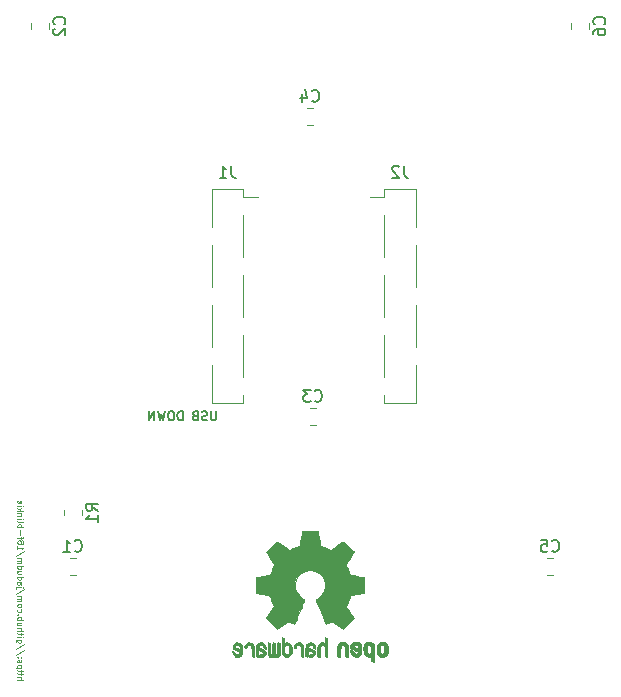
<source format=gbo>
%TF.GenerationSoftware,KiCad,Pcbnew,5.1.8-db9833491~87~ubuntu20.04.1*%
%TF.CreationDate,2020-11-10T08:01:52-05:00*%
%TF.ProjectId,18f-blinkie,3138662d-626c-4696-9e6b-69652e6b6963,rev?*%
%TF.SameCoordinates,Original*%
%TF.FileFunction,Legend,Bot*%
%TF.FilePolarity,Positive*%
%FSLAX46Y46*%
G04 Gerber Fmt 4.6, Leading zero omitted, Abs format (unit mm)*
G04 Created by KiCad (PCBNEW 5.1.8-db9833491~87~ubuntu20.04.1) date 2020-11-10 08:01:52*
%MOMM*%
%LPD*%
G01*
G04 APERTURE LIST*
%ADD10C,0.125000*%
%ADD11C,0.187500*%
%ADD12C,0.010000*%
%ADD13C,0.120000*%
%ADD14C,0.150000*%
G04 APERTURE END LIST*
D10*
X64133385Y-156924112D02*
X64633385Y-156924112D01*
X64133385Y-156709826D02*
X64395290Y-156709826D01*
X64442909Y-156733636D01*
X64466718Y-156781255D01*
X64466718Y-156852684D01*
X64442909Y-156900303D01*
X64419099Y-156924112D01*
X64466718Y-156543160D02*
X64466718Y-156352684D01*
X64633385Y-156471731D02*
X64204814Y-156471731D01*
X64157195Y-156447922D01*
X64133385Y-156400303D01*
X64133385Y-156352684D01*
X64466718Y-156257445D02*
X64466718Y-156066969D01*
X64633385Y-156186017D02*
X64204814Y-156186017D01*
X64157195Y-156162207D01*
X64133385Y-156114588D01*
X64133385Y-156066969D01*
X64466718Y-155900303D02*
X63966718Y-155900303D01*
X64442909Y-155900303D02*
X64466718Y-155852684D01*
X64466718Y-155757445D01*
X64442909Y-155709826D01*
X64419099Y-155686017D01*
X64371480Y-155662207D01*
X64228623Y-155662207D01*
X64181004Y-155686017D01*
X64157195Y-155709826D01*
X64133385Y-155757445D01*
X64133385Y-155852684D01*
X64157195Y-155900303D01*
X64157195Y-155471731D02*
X64133385Y-155424112D01*
X64133385Y-155328874D01*
X64157195Y-155281255D01*
X64204814Y-155257445D01*
X64228623Y-155257445D01*
X64276242Y-155281255D01*
X64300052Y-155328874D01*
X64300052Y-155400303D01*
X64323861Y-155447922D01*
X64371480Y-155471731D01*
X64395290Y-155471731D01*
X64442909Y-155447922D01*
X64466718Y-155400303D01*
X64466718Y-155328874D01*
X64442909Y-155281255D01*
X64181004Y-155043160D02*
X64157195Y-155019350D01*
X64133385Y-155043160D01*
X64157195Y-155066969D01*
X64181004Y-155043160D01*
X64133385Y-155043160D01*
X64442909Y-155043160D02*
X64419099Y-155019350D01*
X64395290Y-155043160D01*
X64419099Y-155066969D01*
X64442909Y-155043160D01*
X64395290Y-155043160D01*
X64657195Y-154447922D02*
X64014337Y-154876493D01*
X64657195Y-153924112D02*
X64014337Y-154352684D01*
X64466718Y-153543160D02*
X64061956Y-153543160D01*
X64014337Y-153566969D01*
X63990528Y-153590779D01*
X63966718Y-153638398D01*
X63966718Y-153709826D01*
X63990528Y-153757445D01*
X64157195Y-153543160D02*
X64133385Y-153590779D01*
X64133385Y-153686017D01*
X64157195Y-153733636D01*
X64181004Y-153757445D01*
X64228623Y-153781255D01*
X64371480Y-153781255D01*
X64419099Y-153757445D01*
X64442909Y-153733636D01*
X64466718Y-153686017D01*
X64466718Y-153590779D01*
X64442909Y-153543160D01*
X64133385Y-153305064D02*
X64466718Y-153305064D01*
X64633385Y-153305064D02*
X64609576Y-153328874D01*
X64585766Y-153305064D01*
X64609576Y-153281255D01*
X64633385Y-153305064D01*
X64585766Y-153305064D01*
X64466718Y-153138398D02*
X64466718Y-152947922D01*
X64633385Y-153066969D02*
X64204814Y-153066969D01*
X64157195Y-153043160D01*
X64133385Y-152995541D01*
X64133385Y-152947922D01*
X64133385Y-152781255D02*
X64633385Y-152781255D01*
X64133385Y-152566969D02*
X64395290Y-152566969D01*
X64442909Y-152590779D01*
X64466718Y-152638398D01*
X64466718Y-152709826D01*
X64442909Y-152757445D01*
X64419099Y-152781255D01*
X64466718Y-152114588D02*
X64133385Y-152114588D01*
X64466718Y-152328874D02*
X64204814Y-152328874D01*
X64157195Y-152305064D01*
X64133385Y-152257445D01*
X64133385Y-152186017D01*
X64157195Y-152138398D01*
X64181004Y-152114588D01*
X64133385Y-151876493D02*
X64633385Y-151876493D01*
X64442909Y-151876493D02*
X64466718Y-151828874D01*
X64466718Y-151733636D01*
X64442909Y-151686017D01*
X64419099Y-151662207D01*
X64371480Y-151638398D01*
X64228623Y-151638398D01*
X64181004Y-151662207D01*
X64157195Y-151686017D01*
X64133385Y-151733636D01*
X64133385Y-151828874D01*
X64157195Y-151876493D01*
X64181004Y-151424112D02*
X64157195Y-151400303D01*
X64133385Y-151424112D01*
X64157195Y-151447922D01*
X64181004Y-151424112D01*
X64133385Y-151424112D01*
X64157195Y-150971731D02*
X64133385Y-151019350D01*
X64133385Y-151114588D01*
X64157195Y-151162207D01*
X64181004Y-151186017D01*
X64228623Y-151209826D01*
X64371480Y-151209826D01*
X64419099Y-151186017D01*
X64442909Y-151162207D01*
X64466718Y-151114588D01*
X64466718Y-151019350D01*
X64442909Y-150971731D01*
X64133385Y-150686017D02*
X64157195Y-150733636D01*
X64181004Y-150757445D01*
X64228623Y-150781255D01*
X64371480Y-150781255D01*
X64419099Y-150757445D01*
X64442909Y-150733636D01*
X64466718Y-150686017D01*
X64466718Y-150614588D01*
X64442909Y-150566969D01*
X64419099Y-150543160D01*
X64371480Y-150519350D01*
X64228623Y-150519350D01*
X64181004Y-150543160D01*
X64157195Y-150566969D01*
X64133385Y-150614588D01*
X64133385Y-150686017D01*
X64133385Y-150305064D02*
X64466718Y-150305064D01*
X64419099Y-150305064D02*
X64442909Y-150281255D01*
X64466718Y-150233636D01*
X64466718Y-150162207D01*
X64442909Y-150114588D01*
X64395290Y-150090779D01*
X64133385Y-150090779D01*
X64395290Y-150090779D02*
X64442909Y-150066969D01*
X64466718Y-150019350D01*
X64466718Y-149947922D01*
X64442909Y-149900303D01*
X64395290Y-149876493D01*
X64133385Y-149876493D01*
X64657195Y-149281255D02*
X64014337Y-149709826D01*
X64466718Y-149114588D02*
X64038147Y-149114588D01*
X63990528Y-149138398D01*
X63966718Y-149186017D01*
X63966718Y-149209826D01*
X64633385Y-149114588D02*
X64609576Y-149138398D01*
X64585766Y-149114588D01*
X64609576Y-149090779D01*
X64633385Y-149114588D01*
X64585766Y-149114588D01*
X64133385Y-148662207D02*
X64395290Y-148662207D01*
X64442909Y-148686017D01*
X64466718Y-148733636D01*
X64466718Y-148828874D01*
X64442909Y-148876493D01*
X64157195Y-148662207D02*
X64133385Y-148709826D01*
X64133385Y-148828874D01*
X64157195Y-148876493D01*
X64204814Y-148900303D01*
X64252433Y-148900303D01*
X64300052Y-148876493D01*
X64323861Y-148828874D01*
X64323861Y-148709826D01*
X64347671Y-148662207D01*
X64133385Y-148209826D02*
X64633385Y-148209826D01*
X64157195Y-148209826D02*
X64133385Y-148257445D01*
X64133385Y-148352684D01*
X64157195Y-148400303D01*
X64181004Y-148424112D01*
X64228623Y-148447922D01*
X64371480Y-148447922D01*
X64419099Y-148424112D01*
X64442909Y-148400303D01*
X64466718Y-148352684D01*
X64466718Y-148257445D01*
X64442909Y-148209826D01*
X64466718Y-147757445D02*
X64133385Y-147757445D01*
X64466718Y-147971731D02*
X64204814Y-147971731D01*
X64157195Y-147947922D01*
X64133385Y-147900303D01*
X64133385Y-147828874D01*
X64157195Y-147781255D01*
X64181004Y-147757445D01*
X64133385Y-147305064D02*
X64633385Y-147305064D01*
X64157195Y-147305064D02*
X64133385Y-147352684D01*
X64133385Y-147447922D01*
X64157195Y-147495541D01*
X64181004Y-147519350D01*
X64228623Y-147543160D01*
X64371480Y-147543160D01*
X64419099Y-147519350D01*
X64442909Y-147495541D01*
X64466718Y-147447922D01*
X64466718Y-147352684D01*
X64442909Y-147305064D01*
X64133385Y-147066969D02*
X64466718Y-147066969D01*
X64419099Y-147066969D02*
X64442909Y-147043160D01*
X64466718Y-146995541D01*
X64466718Y-146924112D01*
X64442909Y-146876493D01*
X64395290Y-146852684D01*
X64133385Y-146852684D01*
X64395290Y-146852684D02*
X64442909Y-146828874D01*
X64466718Y-146781255D01*
X64466718Y-146709826D01*
X64442909Y-146662207D01*
X64395290Y-146638398D01*
X64133385Y-146638398D01*
X64657195Y-146043160D02*
X64014337Y-146471731D01*
X64133385Y-145614588D02*
X64133385Y-145900303D01*
X64133385Y-145757445D02*
X64633385Y-145757445D01*
X64561956Y-145805064D01*
X64514337Y-145852684D01*
X64490528Y-145900303D01*
X64419099Y-145328874D02*
X64442909Y-145376493D01*
X64466718Y-145400303D01*
X64514337Y-145424112D01*
X64538147Y-145424112D01*
X64585766Y-145400303D01*
X64609576Y-145376493D01*
X64633385Y-145328874D01*
X64633385Y-145233636D01*
X64609576Y-145186017D01*
X64585766Y-145162207D01*
X64538147Y-145138398D01*
X64514337Y-145138398D01*
X64466718Y-145162207D01*
X64442909Y-145186017D01*
X64419099Y-145233636D01*
X64419099Y-145328874D01*
X64395290Y-145376493D01*
X64371480Y-145400303D01*
X64323861Y-145424112D01*
X64228623Y-145424112D01*
X64181004Y-145400303D01*
X64157195Y-145376493D01*
X64133385Y-145328874D01*
X64133385Y-145233636D01*
X64157195Y-145186017D01*
X64181004Y-145162207D01*
X64228623Y-145138398D01*
X64323861Y-145138398D01*
X64371480Y-145162207D01*
X64395290Y-145186017D01*
X64419099Y-145233636D01*
X64466718Y-144995541D02*
X64466718Y-144805064D01*
X64133385Y-144924112D02*
X64561956Y-144924112D01*
X64609576Y-144900303D01*
X64633385Y-144852684D01*
X64633385Y-144805064D01*
X64323861Y-144638398D02*
X64323861Y-144257445D01*
X64133385Y-144019350D02*
X64633385Y-144019350D01*
X64442909Y-144019350D02*
X64466718Y-143971731D01*
X64466718Y-143876493D01*
X64442909Y-143828874D01*
X64419099Y-143805064D01*
X64371480Y-143781255D01*
X64228623Y-143781255D01*
X64181004Y-143805064D01*
X64157195Y-143828874D01*
X64133385Y-143876493D01*
X64133385Y-143971731D01*
X64157195Y-144019350D01*
X64133385Y-143495541D02*
X64157195Y-143543160D01*
X64204814Y-143566969D01*
X64633385Y-143566969D01*
X64133385Y-143305064D02*
X64466718Y-143305064D01*
X64633385Y-143305064D02*
X64609576Y-143328874D01*
X64585766Y-143305064D01*
X64609576Y-143281255D01*
X64633385Y-143305064D01*
X64585766Y-143305064D01*
X64466718Y-143066969D02*
X64133385Y-143066969D01*
X64419099Y-143066969D02*
X64442909Y-143043160D01*
X64466718Y-142995541D01*
X64466718Y-142924112D01*
X64442909Y-142876493D01*
X64395290Y-142852684D01*
X64133385Y-142852684D01*
X64133385Y-142614588D02*
X64633385Y-142614588D01*
X64323861Y-142566969D02*
X64133385Y-142424112D01*
X64466718Y-142424112D02*
X64276242Y-142614588D01*
X64133385Y-142209826D02*
X64466718Y-142209826D01*
X64633385Y-142209826D02*
X64609576Y-142233636D01*
X64585766Y-142209826D01*
X64609576Y-142186017D01*
X64633385Y-142209826D01*
X64585766Y-142209826D01*
X64157195Y-141781255D02*
X64133385Y-141828874D01*
X64133385Y-141924112D01*
X64157195Y-141971731D01*
X64204814Y-141995541D01*
X64395290Y-141995541D01*
X64442909Y-141971731D01*
X64466718Y-141924112D01*
X64466718Y-141828874D01*
X64442909Y-141781255D01*
X64395290Y-141757445D01*
X64347671Y-141757445D01*
X64300052Y-141995541D01*
D11*
X80926428Y-134209285D02*
X80926428Y-134816428D01*
X80890714Y-134887857D01*
X80855000Y-134923571D01*
X80783571Y-134959285D01*
X80640714Y-134959285D01*
X80569285Y-134923571D01*
X80533571Y-134887857D01*
X80497857Y-134816428D01*
X80497857Y-134209285D01*
X80176428Y-134923571D02*
X80069285Y-134959285D01*
X79890714Y-134959285D01*
X79819285Y-134923571D01*
X79783571Y-134887857D01*
X79747857Y-134816428D01*
X79747857Y-134745000D01*
X79783571Y-134673571D01*
X79819285Y-134637857D01*
X79890714Y-134602142D01*
X80033571Y-134566428D01*
X80105000Y-134530714D01*
X80140714Y-134495000D01*
X80176428Y-134423571D01*
X80176428Y-134352142D01*
X80140714Y-134280714D01*
X80105000Y-134245000D01*
X80033571Y-134209285D01*
X79855000Y-134209285D01*
X79747857Y-134245000D01*
X79176428Y-134566428D02*
X79069285Y-134602142D01*
X79033571Y-134637857D01*
X78997857Y-134709285D01*
X78997857Y-134816428D01*
X79033571Y-134887857D01*
X79069285Y-134923571D01*
X79140714Y-134959285D01*
X79426428Y-134959285D01*
X79426428Y-134209285D01*
X79176428Y-134209285D01*
X79105000Y-134245000D01*
X79069285Y-134280714D01*
X79033571Y-134352142D01*
X79033571Y-134423571D01*
X79069285Y-134495000D01*
X79105000Y-134530714D01*
X79176428Y-134566428D01*
X79426428Y-134566428D01*
X78105000Y-134959285D02*
X78105000Y-134209285D01*
X77926428Y-134209285D01*
X77819285Y-134245000D01*
X77747857Y-134316428D01*
X77712142Y-134387857D01*
X77676428Y-134530714D01*
X77676428Y-134637857D01*
X77712142Y-134780714D01*
X77747857Y-134852142D01*
X77819285Y-134923571D01*
X77926428Y-134959285D01*
X78105000Y-134959285D01*
X77212142Y-134209285D02*
X77069285Y-134209285D01*
X76997857Y-134245000D01*
X76926428Y-134316428D01*
X76890714Y-134459285D01*
X76890714Y-134709285D01*
X76926428Y-134852142D01*
X76997857Y-134923571D01*
X77069285Y-134959285D01*
X77212142Y-134959285D01*
X77283571Y-134923571D01*
X77355000Y-134852142D01*
X77390714Y-134709285D01*
X77390714Y-134459285D01*
X77355000Y-134316428D01*
X77283571Y-134245000D01*
X77212142Y-134209285D01*
X76640714Y-134209285D02*
X76462142Y-134959285D01*
X76319285Y-134423571D01*
X76176428Y-134959285D01*
X75997857Y-134209285D01*
X75712142Y-134959285D02*
X75712142Y-134209285D01*
X75283571Y-134959285D01*
X75283571Y-134209285D01*
D12*
%TO.C,REF\u002A\u002A*%
G36*
X93728100Y-153721903D02*
G01*
X93616550Y-153777522D01*
X93518092Y-153879931D01*
X93490977Y-153917864D01*
X93461438Y-153967500D01*
X93442272Y-154021412D01*
X93431307Y-154093364D01*
X93426371Y-154197122D01*
X93425287Y-154334101D01*
X93430182Y-154521815D01*
X93447196Y-154662758D01*
X93479823Y-154767908D01*
X93531558Y-154848243D01*
X93605896Y-154914741D01*
X93611358Y-154918678D01*
X93684620Y-154958953D01*
X93772840Y-154978880D01*
X93885038Y-154983793D01*
X94067433Y-154983793D01*
X94067509Y-155160857D01*
X94069207Y-155259470D01*
X94079550Y-155317314D01*
X94106578Y-155352006D01*
X94158332Y-155381164D01*
X94170761Y-155387121D01*
X94228923Y-155415039D01*
X94273956Y-155432672D01*
X94307441Y-155434194D01*
X94330962Y-155413781D01*
X94346100Y-155365607D01*
X94354437Y-155283846D01*
X94357556Y-155162672D01*
X94357040Y-154996260D01*
X94354471Y-154778785D01*
X94353668Y-154713736D01*
X94350778Y-154489502D01*
X94348188Y-154342821D01*
X94067586Y-154342821D01*
X94066009Y-154467326D01*
X94059000Y-154548787D01*
X94043142Y-154602515D01*
X94015019Y-154643823D01*
X93995925Y-154663971D01*
X93917865Y-154722921D01*
X93848753Y-154727720D01*
X93777440Y-154679038D01*
X93775632Y-154677241D01*
X93746617Y-154639618D01*
X93728967Y-154588484D01*
X93720064Y-154509738D01*
X93717291Y-154389276D01*
X93717241Y-154362588D01*
X93723942Y-154196583D01*
X93745752Y-154081505D01*
X93785235Y-154011254D01*
X93844956Y-153979729D01*
X93879472Y-153976552D01*
X93961389Y-153991460D01*
X94017579Y-154040548D01*
X94051402Y-154130362D01*
X94066220Y-154267445D01*
X94067586Y-154342821D01*
X94348188Y-154342821D01*
X94347713Y-154315952D01*
X94343753Y-154185382D01*
X94338174Y-154090087D01*
X94330254Y-154022364D01*
X94319269Y-153974507D01*
X94304499Y-153938813D01*
X94285218Y-153907578D01*
X94276951Y-153895824D01*
X94167288Y-153784797D01*
X94028635Y-153721847D01*
X93868246Y-153704297D01*
X93728100Y-153721903D01*
G37*
X93728100Y-153721903D02*
X93616550Y-153777522D01*
X93518092Y-153879931D01*
X93490977Y-153917864D01*
X93461438Y-153967500D01*
X93442272Y-154021412D01*
X93431307Y-154093364D01*
X93426371Y-154197122D01*
X93425287Y-154334101D01*
X93430182Y-154521815D01*
X93447196Y-154662758D01*
X93479823Y-154767908D01*
X93531558Y-154848243D01*
X93605896Y-154914741D01*
X93611358Y-154918678D01*
X93684620Y-154958953D01*
X93772840Y-154978880D01*
X93885038Y-154983793D01*
X94067433Y-154983793D01*
X94067509Y-155160857D01*
X94069207Y-155259470D01*
X94079550Y-155317314D01*
X94106578Y-155352006D01*
X94158332Y-155381164D01*
X94170761Y-155387121D01*
X94228923Y-155415039D01*
X94273956Y-155432672D01*
X94307441Y-155434194D01*
X94330962Y-155413781D01*
X94346100Y-155365607D01*
X94354437Y-155283846D01*
X94357556Y-155162672D01*
X94357040Y-154996260D01*
X94354471Y-154778785D01*
X94353668Y-154713736D01*
X94350778Y-154489502D01*
X94348188Y-154342821D01*
X94067586Y-154342821D01*
X94066009Y-154467326D01*
X94059000Y-154548787D01*
X94043142Y-154602515D01*
X94015019Y-154643823D01*
X93995925Y-154663971D01*
X93917865Y-154722921D01*
X93848753Y-154727720D01*
X93777440Y-154679038D01*
X93775632Y-154677241D01*
X93746617Y-154639618D01*
X93728967Y-154588484D01*
X93720064Y-154509738D01*
X93717291Y-154389276D01*
X93717241Y-154362588D01*
X93723942Y-154196583D01*
X93745752Y-154081505D01*
X93785235Y-154011254D01*
X93844956Y-153979729D01*
X93879472Y-153976552D01*
X93961389Y-153991460D01*
X94017579Y-154040548D01*
X94051402Y-154130362D01*
X94066220Y-154267445D01*
X94067586Y-154342821D01*
X94348188Y-154342821D01*
X94347713Y-154315952D01*
X94343753Y-154185382D01*
X94338174Y-154090087D01*
X94330254Y-154022364D01*
X94319269Y-153974507D01*
X94304499Y-153938813D01*
X94285218Y-153907578D01*
X94276951Y-153895824D01*
X94167288Y-153784797D01*
X94028635Y-153721847D01*
X93868246Y-153704297D01*
X93728100Y-153721903D01*
G36*
X91482571Y-153737719D02*
G01*
X91388877Y-153791914D01*
X91323736Y-153845707D01*
X91276093Y-153902066D01*
X91243272Y-153970987D01*
X91222594Y-154062468D01*
X91211380Y-154186506D01*
X91206951Y-154353098D01*
X91206437Y-154472851D01*
X91206437Y-154913659D01*
X91330517Y-154969283D01*
X91454598Y-155024907D01*
X91469195Y-154542095D01*
X91475227Y-154361779D01*
X91481555Y-154230901D01*
X91489394Y-154140511D01*
X91499963Y-154081664D01*
X91514477Y-154045413D01*
X91534152Y-154022810D01*
X91540465Y-154017917D01*
X91636112Y-153979706D01*
X91732793Y-153994827D01*
X91790345Y-154034943D01*
X91813755Y-154063370D01*
X91829961Y-154100672D01*
X91840259Y-154157223D01*
X91845951Y-154243394D01*
X91848336Y-154369558D01*
X91848736Y-154501042D01*
X91848814Y-154665999D01*
X91851639Y-154782761D01*
X91861093Y-154861510D01*
X91881060Y-154912431D01*
X91915424Y-154945706D01*
X91968068Y-154971520D01*
X92038383Y-154998344D01*
X92115180Y-155027542D01*
X92106038Y-154509346D01*
X92102357Y-154322539D01*
X92098050Y-154184490D01*
X92091877Y-154085568D01*
X92082598Y-154016145D01*
X92068973Y-153966590D01*
X92049761Y-153927273D01*
X92026598Y-153892584D01*
X91914848Y-153781770D01*
X91778487Y-153717689D01*
X91630175Y-153702339D01*
X91482571Y-153737719D01*
G37*
X91482571Y-153737719D02*
X91388877Y-153791914D01*
X91323736Y-153845707D01*
X91276093Y-153902066D01*
X91243272Y-153970987D01*
X91222594Y-154062468D01*
X91211380Y-154186506D01*
X91206951Y-154353098D01*
X91206437Y-154472851D01*
X91206437Y-154913659D01*
X91330517Y-154969283D01*
X91454598Y-155024907D01*
X91469195Y-154542095D01*
X91475227Y-154361779D01*
X91481555Y-154230901D01*
X91489394Y-154140511D01*
X91499963Y-154081664D01*
X91514477Y-154045413D01*
X91534152Y-154022810D01*
X91540465Y-154017917D01*
X91636112Y-153979706D01*
X91732793Y-153994827D01*
X91790345Y-154034943D01*
X91813755Y-154063370D01*
X91829961Y-154100672D01*
X91840259Y-154157223D01*
X91845951Y-154243394D01*
X91848336Y-154369558D01*
X91848736Y-154501042D01*
X91848814Y-154665999D01*
X91851639Y-154782761D01*
X91861093Y-154861510D01*
X91881060Y-154912431D01*
X91915424Y-154945706D01*
X91968068Y-154971520D01*
X92038383Y-154998344D01*
X92115180Y-155027542D01*
X92106038Y-154509346D01*
X92102357Y-154322539D01*
X92098050Y-154184490D01*
X92091877Y-154085568D01*
X92082598Y-154016145D01*
X92068973Y-153966590D01*
X92049761Y-153927273D01*
X92026598Y-153892584D01*
X91914848Y-153781770D01*
X91778487Y-153717689D01*
X91630175Y-153702339D01*
X91482571Y-153737719D01*
G36*
X94851779Y-153726015D02*
G01*
X94714939Y-153797968D01*
X94613949Y-153913766D01*
X94578075Y-153988213D01*
X94550161Y-154099992D01*
X94535871Y-154241227D01*
X94534516Y-154395371D01*
X94545405Y-154545879D01*
X94567847Y-154676205D01*
X94601150Y-154769803D01*
X94611385Y-154785922D01*
X94732618Y-154906249D01*
X94876613Y-154978317D01*
X95032861Y-154999408D01*
X95190852Y-154966802D01*
X95234820Y-154947253D01*
X95320444Y-154887012D01*
X95395592Y-154807135D01*
X95402694Y-154797004D01*
X95431561Y-154748181D01*
X95450643Y-154695990D01*
X95461916Y-154627285D01*
X95467355Y-154528918D01*
X95468938Y-154387744D01*
X95468965Y-154356092D01*
X95468893Y-154346019D01*
X95177011Y-154346019D01*
X95175313Y-154479256D01*
X95168628Y-154567674D01*
X95154575Y-154624785D01*
X95130771Y-154664102D01*
X95118621Y-154677241D01*
X95048764Y-154727172D01*
X94980941Y-154724895D01*
X94912365Y-154681584D01*
X94871465Y-154635346D01*
X94847242Y-154567857D01*
X94833639Y-154461433D01*
X94832706Y-154449020D01*
X94830384Y-154256147D01*
X94854650Y-154112900D01*
X94905176Y-154020160D01*
X94981632Y-153978807D01*
X95008924Y-153976552D01*
X95080589Y-153987893D01*
X95129610Y-154027184D01*
X95159582Y-154102326D01*
X95174101Y-154221222D01*
X95177011Y-154346019D01*
X95468893Y-154346019D01*
X95467878Y-154205659D01*
X95463312Y-154100549D01*
X95453312Y-154027714D01*
X95435921Y-153974108D01*
X95409184Y-153926681D01*
X95403276Y-153917864D01*
X95303968Y-153799007D01*
X95195758Y-153730008D01*
X95064019Y-153702619D01*
X95019283Y-153701281D01*
X94851779Y-153726015D01*
G37*
X94851779Y-153726015D02*
X94714939Y-153797968D01*
X94613949Y-153913766D01*
X94578075Y-153988213D01*
X94550161Y-154099992D01*
X94535871Y-154241227D01*
X94534516Y-154395371D01*
X94545405Y-154545879D01*
X94567847Y-154676205D01*
X94601150Y-154769803D01*
X94611385Y-154785922D01*
X94732618Y-154906249D01*
X94876613Y-154978317D01*
X95032861Y-154999408D01*
X95190852Y-154966802D01*
X95234820Y-154947253D01*
X95320444Y-154887012D01*
X95395592Y-154807135D01*
X95402694Y-154797004D01*
X95431561Y-154748181D01*
X95450643Y-154695990D01*
X95461916Y-154627285D01*
X95467355Y-154528918D01*
X95468938Y-154387744D01*
X95468965Y-154356092D01*
X95468893Y-154346019D01*
X95177011Y-154346019D01*
X95175313Y-154479256D01*
X95168628Y-154567674D01*
X95154575Y-154624785D01*
X95130771Y-154664102D01*
X95118621Y-154677241D01*
X95048764Y-154727172D01*
X94980941Y-154724895D01*
X94912365Y-154681584D01*
X94871465Y-154635346D01*
X94847242Y-154567857D01*
X94833639Y-154461433D01*
X94832706Y-154449020D01*
X94830384Y-154256147D01*
X94854650Y-154112900D01*
X94905176Y-154020160D01*
X94981632Y-153978807D01*
X95008924Y-153976552D01*
X95080589Y-153987893D01*
X95129610Y-154027184D01*
X95159582Y-154102326D01*
X95174101Y-154221222D01*
X95177011Y-154346019D01*
X95468893Y-154346019D01*
X95467878Y-154205659D01*
X95463312Y-154100549D01*
X95453312Y-154027714D01*
X95435921Y-153974108D01*
X95409184Y-153926681D01*
X95403276Y-153917864D01*
X95303968Y-153799007D01*
X95195758Y-153730008D01*
X95064019Y-153702619D01*
X95019283Y-153701281D01*
X94851779Y-153726015D01*
G36*
X92584448Y-153744676D02*
G01*
X92469342Y-153822111D01*
X92380389Y-153933949D01*
X92327251Y-154076265D01*
X92316503Y-154181015D01*
X92317724Y-154224726D01*
X92327944Y-154258194D01*
X92356039Y-154288179D01*
X92410884Y-154321440D01*
X92501355Y-154364738D01*
X92636328Y-154424833D01*
X92637011Y-154425134D01*
X92761249Y-154482037D01*
X92863127Y-154532565D01*
X92932233Y-154571280D01*
X92958154Y-154592740D01*
X92958161Y-154592913D01*
X92935315Y-154639644D01*
X92881891Y-154691154D01*
X92820558Y-154728261D01*
X92789485Y-154735632D01*
X92704711Y-154710138D01*
X92631707Y-154646291D01*
X92596087Y-154576094D01*
X92561820Y-154524343D01*
X92494697Y-154465409D01*
X92415792Y-154414496D01*
X92346179Y-154386809D01*
X92331623Y-154385287D01*
X92315237Y-154410321D01*
X92314250Y-154474311D01*
X92326292Y-154560593D01*
X92348993Y-154652501D01*
X92379986Y-154733369D01*
X92381552Y-154736509D01*
X92474819Y-154866734D01*
X92595696Y-154955311D01*
X92732973Y-154998786D01*
X92875440Y-154993706D01*
X93011888Y-154936616D01*
X93017955Y-154932602D01*
X93125290Y-154835326D01*
X93195868Y-154708409D01*
X93234926Y-154541526D01*
X93240168Y-154494639D01*
X93249452Y-154273329D01*
X93238322Y-154170124D01*
X92958161Y-154170124D01*
X92954521Y-154234503D01*
X92934611Y-154253291D01*
X92884974Y-154239235D01*
X92806733Y-154206009D01*
X92719274Y-154164359D01*
X92717101Y-154163256D01*
X92642970Y-154124265D01*
X92613219Y-154098244D01*
X92620555Y-154070965D01*
X92651447Y-154035121D01*
X92730040Y-153983251D01*
X92814677Y-153979439D01*
X92890597Y-154017189D01*
X92943035Y-154090001D01*
X92958161Y-154170124D01*
X93238322Y-154170124D01*
X93230356Y-154096261D01*
X93181366Y-153955829D01*
X93113164Y-153857447D01*
X92990065Y-153758030D01*
X92854472Y-153708711D01*
X92716045Y-153705568D01*
X92584448Y-153744676D01*
G37*
X92584448Y-153744676D02*
X92469342Y-153822111D01*
X92380389Y-153933949D01*
X92327251Y-154076265D01*
X92316503Y-154181015D01*
X92317724Y-154224726D01*
X92327944Y-154258194D01*
X92356039Y-154288179D01*
X92410884Y-154321440D01*
X92501355Y-154364738D01*
X92636328Y-154424833D01*
X92637011Y-154425134D01*
X92761249Y-154482037D01*
X92863127Y-154532565D01*
X92932233Y-154571280D01*
X92958154Y-154592740D01*
X92958161Y-154592913D01*
X92935315Y-154639644D01*
X92881891Y-154691154D01*
X92820558Y-154728261D01*
X92789485Y-154735632D01*
X92704711Y-154710138D01*
X92631707Y-154646291D01*
X92596087Y-154576094D01*
X92561820Y-154524343D01*
X92494697Y-154465409D01*
X92415792Y-154414496D01*
X92346179Y-154386809D01*
X92331623Y-154385287D01*
X92315237Y-154410321D01*
X92314250Y-154474311D01*
X92326292Y-154560593D01*
X92348993Y-154652501D01*
X92379986Y-154733369D01*
X92381552Y-154736509D01*
X92474819Y-154866734D01*
X92595696Y-154955311D01*
X92732973Y-154998786D01*
X92875440Y-154993706D01*
X93011888Y-154936616D01*
X93017955Y-154932602D01*
X93125290Y-154835326D01*
X93195868Y-154708409D01*
X93234926Y-154541526D01*
X93240168Y-154494639D01*
X93249452Y-154273329D01*
X93238322Y-154170124D01*
X92958161Y-154170124D01*
X92954521Y-154234503D01*
X92934611Y-154253291D01*
X92884974Y-154239235D01*
X92806733Y-154206009D01*
X92719274Y-154164359D01*
X92717101Y-154163256D01*
X92642970Y-154124265D01*
X92613219Y-154098244D01*
X92620555Y-154070965D01*
X92651447Y-154035121D01*
X92730040Y-153983251D01*
X92814677Y-153979439D01*
X92890597Y-154017189D01*
X92943035Y-154090001D01*
X92958161Y-154170124D01*
X93238322Y-154170124D01*
X93230356Y-154096261D01*
X93181366Y-153955829D01*
X93113164Y-153857447D01*
X92990065Y-153758030D01*
X92854472Y-153708711D01*
X92716045Y-153705568D01*
X92584448Y-153744676D01*
G36*
X90155402Y-153583857D02*
G01*
X90146846Y-153703188D01*
X90137019Y-153773506D01*
X90123401Y-153804179D01*
X90103473Y-153804571D01*
X90097011Y-153800910D01*
X90011060Y-153774398D01*
X89899255Y-153775946D01*
X89785586Y-153803199D01*
X89714490Y-153838455D01*
X89641595Y-153894778D01*
X89588307Y-153958519D01*
X89551725Y-154039510D01*
X89528950Y-154147586D01*
X89517081Y-154292580D01*
X89513218Y-154484326D01*
X89513149Y-154521109D01*
X89513103Y-154934288D01*
X89605046Y-154966339D01*
X89670348Y-154988144D01*
X89706176Y-154998297D01*
X89707230Y-154998391D01*
X89710758Y-154970860D01*
X89713761Y-154894923D01*
X89716010Y-154780565D01*
X89717276Y-154637769D01*
X89717471Y-154550951D01*
X89717877Y-154379773D01*
X89719968Y-154257088D01*
X89725053Y-154173000D01*
X89734440Y-154117614D01*
X89749439Y-154081032D01*
X89771358Y-154053359D01*
X89785043Y-154040032D01*
X89879051Y-153986328D01*
X89981636Y-153982307D01*
X90074710Y-154027725D01*
X90091922Y-154044123D01*
X90117168Y-154074957D01*
X90134680Y-154111531D01*
X90145858Y-154164415D01*
X90152104Y-154244177D01*
X90154818Y-154361385D01*
X90155402Y-154522991D01*
X90155402Y-154934288D01*
X90247345Y-154966339D01*
X90312647Y-154988144D01*
X90348475Y-154998297D01*
X90349529Y-154998391D01*
X90352225Y-154970448D01*
X90354655Y-154891630D01*
X90356722Y-154769453D01*
X90358329Y-154611432D01*
X90359377Y-154425083D01*
X90359769Y-154217920D01*
X90359770Y-154208706D01*
X90359770Y-153419020D01*
X90264885Y-153378997D01*
X90170000Y-153338973D01*
X90155402Y-153583857D01*
G37*
X90155402Y-153583857D02*
X90146846Y-153703188D01*
X90137019Y-153773506D01*
X90123401Y-153804179D01*
X90103473Y-153804571D01*
X90097011Y-153800910D01*
X90011060Y-153774398D01*
X89899255Y-153775946D01*
X89785586Y-153803199D01*
X89714490Y-153838455D01*
X89641595Y-153894778D01*
X89588307Y-153958519D01*
X89551725Y-154039510D01*
X89528950Y-154147586D01*
X89517081Y-154292580D01*
X89513218Y-154484326D01*
X89513149Y-154521109D01*
X89513103Y-154934288D01*
X89605046Y-154966339D01*
X89670348Y-154988144D01*
X89706176Y-154998297D01*
X89707230Y-154998391D01*
X89710758Y-154970860D01*
X89713761Y-154894923D01*
X89716010Y-154780565D01*
X89717276Y-154637769D01*
X89717471Y-154550951D01*
X89717877Y-154379773D01*
X89719968Y-154257088D01*
X89725053Y-154173000D01*
X89734440Y-154117614D01*
X89749439Y-154081032D01*
X89771358Y-154053359D01*
X89785043Y-154040032D01*
X89879051Y-153986328D01*
X89981636Y-153982307D01*
X90074710Y-154027725D01*
X90091922Y-154044123D01*
X90117168Y-154074957D01*
X90134680Y-154111531D01*
X90145858Y-154164415D01*
X90152104Y-154244177D01*
X90154818Y-154361385D01*
X90155402Y-154522991D01*
X90155402Y-154934288D01*
X90247345Y-154966339D01*
X90312647Y-154988144D01*
X90348475Y-154998297D01*
X90349529Y-154998391D01*
X90352225Y-154970448D01*
X90354655Y-154891630D01*
X90356722Y-154769453D01*
X90358329Y-154611432D01*
X90359377Y-154425083D01*
X90359769Y-154217920D01*
X90359770Y-154208706D01*
X90359770Y-153419020D01*
X90264885Y-153378997D01*
X90170000Y-153338973D01*
X90155402Y-153583857D01*
G36*
X88820056Y-153784360D02*
G01*
X88705657Y-153826842D01*
X88704348Y-153827658D01*
X88633597Y-153879730D01*
X88581364Y-153940584D01*
X88544629Y-154019887D01*
X88520366Y-154127309D01*
X88505555Y-154272517D01*
X88497171Y-154465179D01*
X88496436Y-154492628D01*
X88485880Y-154906521D01*
X88574709Y-154952456D01*
X88638982Y-154983498D01*
X88677790Y-154998206D01*
X88679585Y-154998391D01*
X88686300Y-154971250D01*
X88691635Y-154898041D01*
X88694917Y-154791081D01*
X88695632Y-154704469D01*
X88695649Y-154564162D01*
X88702063Y-154476051D01*
X88724420Y-154434025D01*
X88772268Y-154431975D01*
X88855151Y-154463790D01*
X88980287Y-154522272D01*
X89072303Y-154570845D01*
X89119629Y-154612986D01*
X89133542Y-154658916D01*
X89133563Y-154661189D01*
X89110605Y-154740311D01*
X89042630Y-154783055D01*
X88938602Y-154789246D01*
X88863670Y-154788172D01*
X88824161Y-154809753D01*
X88799522Y-154861591D01*
X88785341Y-154927632D01*
X88805777Y-154965104D01*
X88813472Y-154970467D01*
X88885917Y-154992006D01*
X88987367Y-154995055D01*
X89091843Y-154980778D01*
X89165875Y-154954688D01*
X89268228Y-154867785D01*
X89326409Y-154746816D01*
X89337931Y-154652308D01*
X89329138Y-154567062D01*
X89297320Y-154497476D01*
X89234316Y-154435672D01*
X89131969Y-154373772D01*
X88982118Y-154303897D01*
X88972988Y-154299948D01*
X88838003Y-154237588D01*
X88754706Y-154186446D01*
X88719003Y-154140488D01*
X88726797Y-154093683D01*
X88773993Y-154039998D01*
X88788106Y-154027644D01*
X88882641Y-153979741D01*
X88980594Y-153981758D01*
X89065903Y-154028724D01*
X89122504Y-154115669D01*
X89127763Y-154132734D01*
X89178977Y-154215504D01*
X89243963Y-154255372D01*
X89337931Y-154294882D01*
X89337931Y-154192658D01*
X89309347Y-154044072D01*
X89224505Y-153907784D01*
X89180355Y-153862191D01*
X89079995Y-153803674D01*
X88952365Y-153777184D01*
X88820056Y-153784360D01*
G37*
X88820056Y-153784360D02*
X88705657Y-153826842D01*
X88704348Y-153827658D01*
X88633597Y-153879730D01*
X88581364Y-153940584D01*
X88544629Y-154019887D01*
X88520366Y-154127309D01*
X88505555Y-154272517D01*
X88497171Y-154465179D01*
X88496436Y-154492628D01*
X88485880Y-154906521D01*
X88574709Y-154952456D01*
X88638982Y-154983498D01*
X88677790Y-154998206D01*
X88679585Y-154998391D01*
X88686300Y-154971250D01*
X88691635Y-154898041D01*
X88694917Y-154791081D01*
X88695632Y-154704469D01*
X88695649Y-154564162D01*
X88702063Y-154476051D01*
X88724420Y-154434025D01*
X88772268Y-154431975D01*
X88855151Y-154463790D01*
X88980287Y-154522272D01*
X89072303Y-154570845D01*
X89119629Y-154612986D01*
X89133542Y-154658916D01*
X89133563Y-154661189D01*
X89110605Y-154740311D01*
X89042630Y-154783055D01*
X88938602Y-154789246D01*
X88863670Y-154788172D01*
X88824161Y-154809753D01*
X88799522Y-154861591D01*
X88785341Y-154927632D01*
X88805777Y-154965104D01*
X88813472Y-154970467D01*
X88885917Y-154992006D01*
X88987367Y-154995055D01*
X89091843Y-154980778D01*
X89165875Y-154954688D01*
X89268228Y-154867785D01*
X89326409Y-154746816D01*
X89337931Y-154652308D01*
X89329138Y-154567062D01*
X89297320Y-154497476D01*
X89234316Y-154435672D01*
X89131969Y-154373772D01*
X88982118Y-154303897D01*
X88972988Y-154299948D01*
X88838003Y-154237588D01*
X88754706Y-154186446D01*
X88719003Y-154140488D01*
X88726797Y-154093683D01*
X88773993Y-154039998D01*
X88788106Y-154027644D01*
X88882641Y-153979741D01*
X88980594Y-153981758D01*
X89065903Y-154028724D01*
X89122504Y-154115669D01*
X89127763Y-154132734D01*
X89178977Y-154215504D01*
X89243963Y-154255372D01*
X89337931Y-154294882D01*
X89337931Y-154192658D01*
X89309347Y-154044072D01*
X89224505Y-153907784D01*
X89180355Y-153862191D01*
X89079995Y-153803674D01*
X88952365Y-153777184D01*
X88820056Y-153784360D01*
G36*
X87834057Y-153781920D02*
G01*
X87701435Y-153830859D01*
X87593990Y-153917419D01*
X87551968Y-153978352D01*
X87506157Y-154090161D01*
X87507109Y-154171006D01*
X87555192Y-154225378D01*
X87572983Y-154234624D01*
X87649796Y-154263450D01*
X87689024Y-154256065D01*
X87702311Y-154207658D01*
X87702988Y-154180920D01*
X87727314Y-154082548D01*
X87790719Y-154013734D01*
X87878846Y-153980498D01*
X87977337Y-153988861D01*
X88057398Y-154032296D01*
X88084439Y-154057072D01*
X88103606Y-154087129D01*
X88116554Y-154132565D01*
X88124936Y-154203476D01*
X88130407Y-154309960D01*
X88134622Y-154462112D01*
X88135713Y-154510287D01*
X88139693Y-154675095D01*
X88144219Y-154791088D01*
X88151005Y-154867833D01*
X88161769Y-154914893D01*
X88178227Y-154941835D01*
X88202094Y-154958223D01*
X88217374Y-154965463D01*
X88282267Y-154990220D01*
X88320466Y-154998391D01*
X88333088Y-154971103D01*
X88340792Y-154888603D01*
X88343620Y-154749941D01*
X88341614Y-154554162D01*
X88340989Y-154523965D01*
X88336579Y-154345349D01*
X88331365Y-154214923D01*
X88323945Y-154122492D01*
X88312918Y-154057858D01*
X88296883Y-154010825D01*
X88274439Y-153971196D01*
X88262698Y-153954215D01*
X88195381Y-153879080D01*
X88120090Y-153820638D01*
X88110872Y-153815536D01*
X87975867Y-153775260D01*
X87834057Y-153781920D01*
G37*
X87834057Y-153781920D02*
X87701435Y-153830859D01*
X87593990Y-153917419D01*
X87551968Y-153978352D01*
X87506157Y-154090161D01*
X87507109Y-154171006D01*
X87555192Y-154225378D01*
X87572983Y-154234624D01*
X87649796Y-154263450D01*
X87689024Y-154256065D01*
X87702311Y-154207658D01*
X87702988Y-154180920D01*
X87727314Y-154082548D01*
X87790719Y-154013734D01*
X87878846Y-153980498D01*
X87977337Y-153988861D01*
X88057398Y-154032296D01*
X88084439Y-154057072D01*
X88103606Y-154087129D01*
X88116554Y-154132565D01*
X88124936Y-154203476D01*
X88130407Y-154309960D01*
X88134622Y-154462112D01*
X88135713Y-154510287D01*
X88139693Y-154675095D01*
X88144219Y-154791088D01*
X88151005Y-154867833D01*
X88161769Y-154914893D01*
X88178227Y-154941835D01*
X88202094Y-154958223D01*
X88217374Y-154965463D01*
X88282267Y-154990220D01*
X88320466Y-154998391D01*
X88333088Y-154971103D01*
X88340792Y-154888603D01*
X88343620Y-154749941D01*
X88341614Y-154554162D01*
X88340989Y-154523965D01*
X88336579Y-154345349D01*
X88331365Y-154214923D01*
X88323945Y-154122492D01*
X88312918Y-154057858D01*
X88296883Y-154010825D01*
X88274439Y-153971196D01*
X88262698Y-153954215D01*
X88195381Y-153879080D01*
X88120090Y-153820638D01*
X88110872Y-153815536D01*
X87975867Y-153775260D01*
X87834057Y-153781920D01*
G36*
X86506086Y-154014455D02*
G01*
X86506457Y-154232661D01*
X86507892Y-154400519D01*
X86510998Y-154526070D01*
X86516378Y-154617355D01*
X86524638Y-154682415D01*
X86536384Y-154729291D01*
X86552219Y-154766024D01*
X86564210Y-154786991D01*
X86663510Y-154900694D01*
X86789412Y-154971965D01*
X86928709Y-154997538D01*
X87068195Y-154974150D01*
X87151257Y-154932119D01*
X87238455Y-154859411D01*
X87297883Y-154770612D01*
X87333739Y-154654320D01*
X87350219Y-154499135D01*
X87352553Y-154385287D01*
X87352239Y-154377106D01*
X87148276Y-154377106D01*
X87147030Y-154507657D01*
X87141322Y-154594080D01*
X87128196Y-154650618D01*
X87104694Y-154691514D01*
X87076614Y-154722362D01*
X86982312Y-154781905D01*
X86881060Y-154786992D01*
X86785364Y-154737279D01*
X86777916Y-154730543D01*
X86746126Y-154695502D01*
X86726192Y-154653811D01*
X86715400Y-154591762D01*
X86711035Y-154495644D01*
X86710345Y-154389379D01*
X86711841Y-154255880D01*
X86718036Y-154166822D01*
X86731486Y-154108293D01*
X86754749Y-154066382D01*
X86773825Y-154044123D01*
X86862437Y-153987985D01*
X86964492Y-153981235D01*
X87061905Y-154024114D01*
X87080704Y-154040032D01*
X87112707Y-154075382D01*
X87132682Y-154117502D01*
X87143407Y-154180251D01*
X87147661Y-154277487D01*
X87148276Y-154377106D01*
X87352239Y-154377106D01*
X87345496Y-154201947D01*
X87321528Y-154064195D01*
X87276452Y-153960632D01*
X87206072Y-153879856D01*
X87151257Y-153838455D01*
X87051624Y-153793728D01*
X86936145Y-153772967D01*
X86828801Y-153778525D01*
X86768736Y-153800943D01*
X86745165Y-153807323D01*
X86729523Y-153783535D01*
X86718605Y-153719788D01*
X86710345Y-153622687D01*
X86701301Y-153514541D01*
X86688739Y-153449475D01*
X86665881Y-153412268D01*
X86625949Y-153387699D01*
X86600862Y-153376819D01*
X86505977Y-153337072D01*
X86506086Y-154014455D01*
G37*
X86506086Y-154014455D02*
X86506457Y-154232661D01*
X86507892Y-154400519D01*
X86510998Y-154526070D01*
X86516378Y-154617355D01*
X86524638Y-154682415D01*
X86536384Y-154729291D01*
X86552219Y-154766024D01*
X86564210Y-154786991D01*
X86663510Y-154900694D01*
X86789412Y-154971965D01*
X86928709Y-154997538D01*
X87068195Y-154974150D01*
X87151257Y-154932119D01*
X87238455Y-154859411D01*
X87297883Y-154770612D01*
X87333739Y-154654320D01*
X87350219Y-154499135D01*
X87352553Y-154385287D01*
X87352239Y-154377106D01*
X87148276Y-154377106D01*
X87147030Y-154507657D01*
X87141322Y-154594080D01*
X87128196Y-154650618D01*
X87104694Y-154691514D01*
X87076614Y-154722362D01*
X86982312Y-154781905D01*
X86881060Y-154786992D01*
X86785364Y-154737279D01*
X86777916Y-154730543D01*
X86746126Y-154695502D01*
X86726192Y-154653811D01*
X86715400Y-154591762D01*
X86711035Y-154495644D01*
X86710345Y-154389379D01*
X86711841Y-154255880D01*
X86718036Y-154166822D01*
X86731486Y-154108293D01*
X86754749Y-154066382D01*
X86773825Y-154044123D01*
X86862437Y-153987985D01*
X86964492Y-153981235D01*
X87061905Y-154024114D01*
X87080704Y-154040032D01*
X87112707Y-154075382D01*
X87132682Y-154117502D01*
X87143407Y-154180251D01*
X87147661Y-154277487D01*
X87148276Y-154377106D01*
X87352239Y-154377106D01*
X87345496Y-154201947D01*
X87321528Y-154064195D01*
X87276452Y-153960632D01*
X87206072Y-153879856D01*
X87151257Y-153838455D01*
X87051624Y-153793728D01*
X86936145Y-153772967D01*
X86828801Y-153778525D01*
X86768736Y-153800943D01*
X86745165Y-153807323D01*
X86729523Y-153783535D01*
X86718605Y-153719788D01*
X86710345Y-153622687D01*
X86701301Y-153514541D01*
X86688739Y-153449475D01*
X86665881Y-153412268D01*
X86625949Y-153387699D01*
X86600862Y-153376819D01*
X86505977Y-153337072D01*
X86506086Y-154014455D01*
G36*
X85319876Y-153799840D02*
G01*
X85315421Y-153876653D01*
X85311929Y-153993391D01*
X85309685Y-154140821D01*
X85308965Y-154295455D01*
X85308965Y-154818727D01*
X85401355Y-154911117D01*
X85465022Y-154968047D01*
X85520911Y-154991107D01*
X85597298Y-154989647D01*
X85627620Y-154985934D01*
X85722390Y-154975126D01*
X85800778Y-154968933D01*
X85819885Y-154968361D01*
X85884301Y-154972102D01*
X85976429Y-154981494D01*
X86012150Y-154985934D01*
X86099886Y-154992801D01*
X86158847Y-154977885D01*
X86217310Y-154931835D01*
X86238415Y-154911117D01*
X86330805Y-154818727D01*
X86330805Y-153839947D01*
X86256442Y-153806066D01*
X86192410Y-153780970D01*
X86154948Y-153772184D01*
X86145343Y-153799950D01*
X86136365Y-153877530D01*
X86128614Y-153996348D01*
X86122686Y-154147828D01*
X86119827Y-154275805D01*
X86111839Y-154779425D01*
X86042152Y-154789278D01*
X85978771Y-154782389D01*
X85947714Y-154760083D01*
X85939033Y-154718379D01*
X85931622Y-154629544D01*
X85926069Y-154504834D01*
X85922964Y-154355507D01*
X85922516Y-154278661D01*
X85922069Y-153836287D01*
X85830126Y-153804235D01*
X85765051Y-153782443D01*
X85729653Y-153772281D01*
X85728632Y-153772184D01*
X85725080Y-153799809D01*
X85721177Y-153876411D01*
X85717249Y-153992579D01*
X85713624Y-154138904D01*
X85711092Y-154275805D01*
X85703103Y-154779425D01*
X85527931Y-154779425D01*
X85519893Y-154319965D01*
X85511854Y-153860505D01*
X85426457Y-153816344D01*
X85363407Y-153786019D01*
X85326090Y-153772258D01*
X85325013Y-153772184D01*
X85319876Y-153799840D01*
G37*
X85319876Y-153799840D02*
X85315421Y-153876653D01*
X85311929Y-153993391D01*
X85309685Y-154140821D01*
X85308965Y-154295455D01*
X85308965Y-154818727D01*
X85401355Y-154911117D01*
X85465022Y-154968047D01*
X85520911Y-154991107D01*
X85597298Y-154989647D01*
X85627620Y-154985934D01*
X85722390Y-154975126D01*
X85800778Y-154968933D01*
X85819885Y-154968361D01*
X85884301Y-154972102D01*
X85976429Y-154981494D01*
X86012150Y-154985934D01*
X86099886Y-154992801D01*
X86158847Y-154977885D01*
X86217310Y-154931835D01*
X86238415Y-154911117D01*
X86330805Y-154818727D01*
X86330805Y-153839947D01*
X86256442Y-153806066D01*
X86192410Y-153780970D01*
X86154948Y-153772184D01*
X86145343Y-153799950D01*
X86136365Y-153877530D01*
X86128614Y-153996348D01*
X86122686Y-154147828D01*
X86119827Y-154275805D01*
X86111839Y-154779425D01*
X86042152Y-154789278D01*
X85978771Y-154782389D01*
X85947714Y-154760083D01*
X85939033Y-154718379D01*
X85931622Y-154629544D01*
X85926069Y-154504834D01*
X85922964Y-154355507D01*
X85922516Y-154278661D01*
X85922069Y-153836287D01*
X85830126Y-153804235D01*
X85765051Y-153782443D01*
X85729653Y-153772281D01*
X85728632Y-153772184D01*
X85725080Y-153799809D01*
X85721177Y-153876411D01*
X85717249Y-153992579D01*
X85713624Y-154138904D01*
X85711092Y-154275805D01*
X85703103Y-154779425D01*
X85527931Y-154779425D01*
X85519893Y-154319965D01*
X85511854Y-153860505D01*
X85426457Y-153816344D01*
X85363407Y-153786019D01*
X85326090Y-153772258D01*
X85325013Y-153772184D01*
X85319876Y-153799840D01*
G36*
X84585594Y-153795156D02*
G01*
X84501531Y-153833393D01*
X84435550Y-153879726D01*
X84387206Y-153931532D01*
X84353828Y-153998363D01*
X84332747Y-154089769D01*
X84321293Y-154215301D01*
X84316797Y-154384508D01*
X84316322Y-154495933D01*
X84316322Y-154930627D01*
X84390684Y-154964509D01*
X84449254Y-154989272D01*
X84478270Y-154998391D01*
X84483821Y-154971257D01*
X84488225Y-154898094D01*
X84490922Y-154791263D01*
X84491494Y-154706437D01*
X84493954Y-154583887D01*
X84500588Y-154486668D01*
X84510274Y-154427134D01*
X84517968Y-154414483D01*
X84569689Y-154427402D01*
X84650883Y-154460539D01*
X84744898Y-154505461D01*
X84835083Y-154553735D01*
X84904785Y-154596928D01*
X84937352Y-154626608D01*
X84937481Y-154626929D01*
X84934680Y-154681857D01*
X84909561Y-154734292D01*
X84865459Y-154776881D01*
X84801091Y-154791126D01*
X84746079Y-154789466D01*
X84668165Y-154788245D01*
X84627268Y-154806498D01*
X84602705Y-154854726D01*
X84599608Y-154863820D01*
X84588960Y-154932598D01*
X84617435Y-154974360D01*
X84691656Y-154994263D01*
X84771832Y-154997944D01*
X84916110Y-154970658D01*
X84990797Y-154931690D01*
X85083037Y-154840148D01*
X85131957Y-154727782D01*
X85136346Y-154609051D01*
X85094999Y-154498411D01*
X85032803Y-154429080D01*
X84970706Y-154390265D01*
X84873105Y-154341125D01*
X84759368Y-154291292D01*
X84740410Y-154283677D01*
X84615479Y-154228545D01*
X84543461Y-154179954D01*
X84520300Y-154131647D01*
X84541936Y-154077370D01*
X84579080Y-154034943D01*
X84666873Y-153982702D01*
X84763470Y-153978784D01*
X84852056Y-154019041D01*
X84915814Y-154099326D01*
X84924183Y-154120040D01*
X84972904Y-154196225D01*
X85044035Y-154252785D01*
X85133793Y-154299201D01*
X85133793Y-154167584D01*
X85128510Y-154087168D01*
X85105858Y-154023786D01*
X85055633Y-153956163D01*
X85007418Y-153904076D01*
X84932446Y-153830322D01*
X84874194Y-153790702D01*
X84811628Y-153774810D01*
X84740807Y-153772184D01*
X84585594Y-153795156D01*
G37*
X84585594Y-153795156D02*
X84501531Y-153833393D01*
X84435550Y-153879726D01*
X84387206Y-153931532D01*
X84353828Y-153998363D01*
X84332747Y-154089769D01*
X84321293Y-154215301D01*
X84316797Y-154384508D01*
X84316322Y-154495933D01*
X84316322Y-154930627D01*
X84390684Y-154964509D01*
X84449254Y-154989272D01*
X84478270Y-154998391D01*
X84483821Y-154971257D01*
X84488225Y-154898094D01*
X84490922Y-154791263D01*
X84491494Y-154706437D01*
X84493954Y-154583887D01*
X84500588Y-154486668D01*
X84510274Y-154427134D01*
X84517968Y-154414483D01*
X84569689Y-154427402D01*
X84650883Y-154460539D01*
X84744898Y-154505461D01*
X84835083Y-154553735D01*
X84904785Y-154596928D01*
X84937352Y-154626608D01*
X84937481Y-154626929D01*
X84934680Y-154681857D01*
X84909561Y-154734292D01*
X84865459Y-154776881D01*
X84801091Y-154791126D01*
X84746079Y-154789466D01*
X84668165Y-154788245D01*
X84627268Y-154806498D01*
X84602705Y-154854726D01*
X84599608Y-154863820D01*
X84588960Y-154932598D01*
X84617435Y-154974360D01*
X84691656Y-154994263D01*
X84771832Y-154997944D01*
X84916110Y-154970658D01*
X84990797Y-154931690D01*
X85083037Y-154840148D01*
X85131957Y-154727782D01*
X85136346Y-154609051D01*
X85094999Y-154498411D01*
X85032803Y-154429080D01*
X84970706Y-154390265D01*
X84873105Y-154341125D01*
X84759368Y-154291292D01*
X84740410Y-154283677D01*
X84615479Y-154228545D01*
X84543461Y-154179954D01*
X84520300Y-154131647D01*
X84541936Y-154077370D01*
X84579080Y-154034943D01*
X84666873Y-153982702D01*
X84763470Y-153978784D01*
X84852056Y-154019041D01*
X84915814Y-154099326D01*
X84924183Y-154120040D01*
X84972904Y-154196225D01*
X85044035Y-154252785D01*
X85133793Y-154299201D01*
X85133793Y-154167584D01*
X85128510Y-154087168D01*
X85105858Y-154023786D01*
X85055633Y-153956163D01*
X85007418Y-153904076D01*
X84932446Y-153830322D01*
X84874194Y-153790702D01*
X84811628Y-153774810D01*
X84740807Y-153772184D01*
X84585594Y-153795156D01*
G36*
X83564310Y-153800018D02*
G01*
X83529415Y-153815269D01*
X83446123Y-153881235D01*
X83374897Y-153976618D01*
X83330847Y-154078406D01*
X83323678Y-154128587D01*
X83347715Y-154198647D01*
X83400439Y-154235717D01*
X83456969Y-154258164D01*
X83482854Y-154262300D01*
X83495458Y-154232283D01*
X83520346Y-154166961D01*
X83531265Y-154137445D01*
X83592492Y-154035348D01*
X83681139Y-153984423D01*
X83794807Y-153985989D01*
X83803226Y-153987994D01*
X83863912Y-154016767D01*
X83908526Y-154072859D01*
X83938998Y-154163163D01*
X83957256Y-154294571D01*
X83965229Y-154473974D01*
X83965977Y-154569433D01*
X83966348Y-154719913D01*
X83968777Y-154822495D01*
X83975240Y-154887672D01*
X83987712Y-154925938D01*
X84008167Y-154947785D01*
X84038581Y-154963707D01*
X84040339Y-154964509D01*
X84098909Y-154989272D01*
X84127925Y-154998391D01*
X84132384Y-154970822D01*
X84136201Y-154894620D01*
X84139101Y-154779541D01*
X84140809Y-154635341D01*
X84141149Y-154529814D01*
X84139412Y-154325613D01*
X84132618Y-154170697D01*
X84118393Y-154056024D01*
X84094362Y-153972551D01*
X84058152Y-153911236D01*
X84007388Y-153863034D01*
X83957261Y-153829393D01*
X83836725Y-153784619D01*
X83696443Y-153774521D01*
X83564310Y-153800018D01*
G37*
X83564310Y-153800018D02*
X83529415Y-153815269D01*
X83446123Y-153881235D01*
X83374897Y-153976618D01*
X83330847Y-154078406D01*
X83323678Y-154128587D01*
X83347715Y-154198647D01*
X83400439Y-154235717D01*
X83456969Y-154258164D01*
X83482854Y-154262300D01*
X83495458Y-154232283D01*
X83520346Y-154166961D01*
X83531265Y-154137445D01*
X83592492Y-154035348D01*
X83681139Y-153984423D01*
X83794807Y-153985989D01*
X83803226Y-153987994D01*
X83863912Y-154016767D01*
X83908526Y-154072859D01*
X83938998Y-154163163D01*
X83957256Y-154294571D01*
X83965229Y-154473974D01*
X83965977Y-154569433D01*
X83966348Y-154719913D01*
X83968777Y-154822495D01*
X83975240Y-154887672D01*
X83987712Y-154925938D01*
X84008167Y-154947785D01*
X84038581Y-154963707D01*
X84040339Y-154964509D01*
X84098909Y-154989272D01*
X84127925Y-154998391D01*
X84132384Y-154970822D01*
X84136201Y-154894620D01*
X84139101Y-154779541D01*
X84140809Y-154635341D01*
X84141149Y-154529814D01*
X84139412Y-154325613D01*
X84132618Y-154170697D01*
X84118393Y-154056024D01*
X84094362Y-153972551D01*
X84058152Y-153911236D01*
X84007388Y-153863034D01*
X83957261Y-153829393D01*
X83836725Y-153784619D01*
X83696443Y-153774521D01*
X83564310Y-153800018D01*
G36*
X82556561Y-153816540D02*
G01*
X82441050Y-153892034D01*
X82385336Y-153959617D01*
X82341196Y-154082255D01*
X82337691Y-154179298D01*
X82345632Y-154309056D01*
X82644885Y-154440039D01*
X82790389Y-154506958D01*
X82885463Y-154560790D01*
X82934899Y-154607416D01*
X82943489Y-154652720D01*
X82916028Y-154702582D01*
X82885747Y-154735632D01*
X82797637Y-154788633D01*
X82701804Y-154792347D01*
X82613788Y-154751041D01*
X82549131Y-154668983D01*
X82537567Y-154640008D01*
X82482175Y-154549509D01*
X82418447Y-154510940D01*
X82331034Y-154477946D01*
X82331034Y-154603034D01*
X82338762Y-154688156D01*
X82369034Y-154759938D01*
X82432482Y-154842356D01*
X82441912Y-154853066D01*
X82512487Y-154926391D01*
X82573153Y-154965742D01*
X82649050Y-154983845D01*
X82711970Y-154989774D01*
X82824513Y-154991251D01*
X82904630Y-154972535D01*
X82954610Y-154944747D01*
X83033162Y-154883641D01*
X83087537Y-154817554D01*
X83121948Y-154734441D01*
X83140612Y-154622254D01*
X83147744Y-154468946D01*
X83148313Y-154391136D01*
X83146378Y-154297853D01*
X82970101Y-154297853D01*
X82968056Y-154347896D01*
X82962961Y-154356092D01*
X82929334Y-154344958D01*
X82856970Y-154315493D01*
X82760253Y-154273601D01*
X82740027Y-154264597D01*
X82617797Y-154202442D01*
X82550453Y-154147815D01*
X82535652Y-154096649D01*
X82571053Y-154044876D01*
X82600289Y-154022000D01*
X82705784Y-153976250D01*
X82804524Y-153983808D01*
X82887188Y-154039651D01*
X82944452Y-154138753D01*
X82962812Y-154217414D01*
X82970101Y-154297853D01*
X83146378Y-154297853D01*
X83144541Y-154209351D01*
X83130641Y-154074853D01*
X83103106Y-153976916D01*
X83058428Y-153904811D01*
X82993099Y-153847813D01*
X82964617Y-153829393D01*
X82835237Y-153781422D01*
X82693588Y-153778403D01*
X82556561Y-153816540D01*
G37*
X82556561Y-153816540D02*
X82441050Y-153892034D01*
X82385336Y-153959617D01*
X82341196Y-154082255D01*
X82337691Y-154179298D01*
X82345632Y-154309056D01*
X82644885Y-154440039D01*
X82790389Y-154506958D01*
X82885463Y-154560790D01*
X82934899Y-154607416D01*
X82943489Y-154652720D01*
X82916028Y-154702582D01*
X82885747Y-154735632D01*
X82797637Y-154788633D01*
X82701804Y-154792347D01*
X82613788Y-154751041D01*
X82549131Y-154668983D01*
X82537567Y-154640008D01*
X82482175Y-154549509D01*
X82418447Y-154510940D01*
X82331034Y-154477946D01*
X82331034Y-154603034D01*
X82338762Y-154688156D01*
X82369034Y-154759938D01*
X82432482Y-154842356D01*
X82441912Y-154853066D01*
X82512487Y-154926391D01*
X82573153Y-154965742D01*
X82649050Y-154983845D01*
X82711970Y-154989774D01*
X82824513Y-154991251D01*
X82904630Y-154972535D01*
X82954610Y-154944747D01*
X83033162Y-154883641D01*
X83087537Y-154817554D01*
X83121948Y-154734441D01*
X83140612Y-154622254D01*
X83147744Y-154468946D01*
X83148313Y-154391136D01*
X83146378Y-154297853D01*
X82970101Y-154297853D01*
X82968056Y-154347896D01*
X82962961Y-154356092D01*
X82929334Y-154344958D01*
X82856970Y-154315493D01*
X82760253Y-154273601D01*
X82740027Y-154264597D01*
X82617797Y-154202442D01*
X82550453Y-154147815D01*
X82535652Y-154096649D01*
X82571053Y-154044876D01*
X82600289Y-154022000D01*
X82705784Y-153976250D01*
X82804524Y-153983808D01*
X82887188Y-154039651D01*
X82944452Y-154138753D01*
X82962812Y-154217414D01*
X82970101Y-154297853D01*
X83146378Y-154297853D01*
X83144541Y-154209351D01*
X83130641Y-154074853D01*
X83103106Y-153976916D01*
X83058428Y-153904811D01*
X82993099Y-153847813D01*
X82964617Y-153829393D01*
X82835237Y-153781422D01*
X82693588Y-153778403D01*
X82556561Y-153816540D01*
G36*
X88690986Y-144312998D02*
G01*
X88532994Y-144313863D01*
X88418653Y-144316205D01*
X88340593Y-144320762D01*
X88291446Y-144328270D01*
X88263841Y-144339466D01*
X88250408Y-144355088D01*
X88243779Y-144375873D01*
X88243135Y-144378563D01*
X88233065Y-144427113D01*
X88214425Y-144522905D01*
X88189155Y-144655743D01*
X88159193Y-144815431D01*
X88126478Y-144991774D01*
X88125336Y-144997967D01*
X88092567Y-145170782D01*
X88061907Y-145323469D01*
X88035336Y-145446871D01*
X88014833Y-145531831D01*
X88002374Y-145569190D01*
X88001780Y-145569852D01*
X87965081Y-145588095D01*
X87889414Y-145618497D01*
X87791122Y-145654493D01*
X87790575Y-145654685D01*
X87666767Y-145701222D01*
X87520804Y-145760504D01*
X87383219Y-145820109D01*
X87376707Y-145823056D01*
X87152610Y-145924765D01*
X86656381Y-145585897D01*
X86504154Y-145482592D01*
X86366259Y-145390237D01*
X86250685Y-145314084D01*
X86165421Y-145259385D01*
X86118456Y-145231393D01*
X86113996Y-145229317D01*
X86079866Y-145238560D01*
X86016119Y-145283156D01*
X85920269Y-145365209D01*
X85789831Y-145486821D01*
X85656672Y-145616205D01*
X85528306Y-145743702D01*
X85413419Y-145860046D01*
X85318927Y-145958052D01*
X85251747Y-146030536D01*
X85218794Y-146070313D01*
X85217568Y-146072361D01*
X85213926Y-146099656D01*
X85227650Y-146144234D01*
X85262131Y-146212112D01*
X85320761Y-146309311D01*
X85406930Y-146441851D01*
X85521800Y-146612476D01*
X85623746Y-146762655D01*
X85714877Y-146897350D01*
X85789927Y-147008740D01*
X85843631Y-147089005D01*
X85870720Y-147130325D01*
X85872426Y-147133130D01*
X85869118Y-147172721D01*
X85844047Y-147249669D01*
X85802202Y-147349432D01*
X85787288Y-147381291D01*
X85722214Y-147523226D01*
X85652788Y-147684273D01*
X85596391Y-147823621D01*
X85555753Y-147927044D01*
X85523474Y-148005642D01*
X85504822Y-148046720D01*
X85502503Y-148049885D01*
X85468197Y-148055128D01*
X85387331Y-148069494D01*
X85270657Y-148090937D01*
X85128925Y-148117413D01*
X84972890Y-148146877D01*
X84813302Y-148177283D01*
X84660915Y-148206588D01*
X84526479Y-148232745D01*
X84420748Y-148253710D01*
X84354474Y-148267439D01*
X84338218Y-148271320D01*
X84321427Y-148280900D01*
X84308751Y-148302536D01*
X84299622Y-148343531D01*
X84293469Y-148411189D01*
X84289720Y-148512812D01*
X84287808Y-148655703D01*
X84287160Y-148847165D01*
X84287126Y-148925645D01*
X84287126Y-149563906D01*
X84440402Y-149594160D01*
X84525678Y-149610564D01*
X84652930Y-149634509D01*
X84806685Y-149663107D01*
X84971466Y-149693467D01*
X85017011Y-149701806D01*
X85169068Y-149731370D01*
X85301532Y-149760442D01*
X85403286Y-149786329D01*
X85463212Y-149806337D01*
X85473195Y-149812301D01*
X85497707Y-149854534D01*
X85532852Y-149936370D01*
X85571827Y-150041683D01*
X85579558Y-150064368D01*
X85630640Y-150205018D01*
X85694046Y-150363714D01*
X85756096Y-150506225D01*
X85756402Y-150506886D01*
X85859733Y-150730440D01*
X85180039Y-151730232D01*
X85616379Y-152167300D01*
X85748351Y-152297381D01*
X85868721Y-152412048D01*
X85970727Y-152505181D01*
X86047609Y-152570658D01*
X86092607Y-152602357D01*
X86099062Y-152604368D01*
X86136960Y-152588529D01*
X86214292Y-152544496D01*
X86322611Y-152477490D01*
X86453468Y-152392734D01*
X86594948Y-152297816D01*
X86738539Y-152200998D01*
X86866565Y-152116751D01*
X86970895Y-152050258D01*
X87043400Y-152006702D01*
X87075842Y-151991264D01*
X87115424Y-152004328D01*
X87190481Y-152038750D01*
X87285532Y-152087380D01*
X87295608Y-152092785D01*
X87423609Y-152156980D01*
X87511382Y-152188463D01*
X87565972Y-152188798D01*
X87594425Y-152159548D01*
X87594590Y-152159138D01*
X87608812Y-152124498D01*
X87642731Y-152042269D01*
X87693716Y-151918814D01*
X87759138Y-151760498D01*
X87836366Y-151573686D01*
X87922771Y-151364742D01*
X88006449Y-151162446D01*
X88098412Y-150939200D01*
X88182850Y-150732392D01*
X88257231Y-150548362D01*
X88319026Y-150393451D01*
X88365703Y-150273996D01*
X88394732Y-150196339D01*
X88403678Y-150167356D01*
X88381244Y-150134110D01*
X88322561Y-150081123D01*
X88244311Y-150022704D01*
X88021466Y-149837952D01*
X87847282Y-149626182D01*
X87723846Y-149391856D01*
X87653246Y-149139434D01*
X87637569Y-148873377D01*
X87648964Y-148750575D01*
X87711050Y-148495793D01*
X87817977Y-148270801D01*
X87963111Y-148077817D01*
X88139822Y-147919061D01*
X88341478Y-147796750D01*
X88561446Y-147713105D01*
X88793094Y-147670344D01*
X89029791Y-147670687D01*
X89264905Y-147716352D01*
X89491804Y-147809559D01*
X89703856Y-147952527D01*
X89792364Y-148033383D01*
X89962111Y-148241007D01*
X90080301Y-148467895D01*
X90147722Y-148707433D01*
X90165160Y-148953007D01*
X90133402Y-149198003D01*
X90053235Y-149435808D01*
X89925445Y-149659807D01*
X89750820Y-149863387D01*
X89555688Y-150022704D01*
X89474409Y-150083602D01*
X89416991Y-150136015D01*
X89396322Y-150167406D01*
X89407144Y-150201639D01*
X89437923Y-150283419D01*
X89486126Y-150406407D01*
X89549222Y-150564263D01*
X89624678Y-150750649D01*
X89709962Y-150959226D01*
X89793781Y-151162496D01*
X89886255Y-151385933D01*
X89971911Y-151592984D01*
X90048118Y-151777286D01*
X90112247Y-151932475D01*
X90161668Y-152052188D01*
X90193752Y-152130061D01*
X90205641Y-152159138D01*
X90233726Y-152188677D01*
X90288051Y-152188591D01*
X90375605Y-152157326D01*
X90503381Y-152093329D01*
X90504392Y-152092785D01*
X90600598Y-152043121D01*
X90678369Y-152006945D01*
X90722223Y-151991408D01*
X90724158Y-151991264D01*
X90757171Y-152007024D01*
X90830054Y-152050850D01*
X90934678Y-152117557D01*
X91062910Y-152201964D01*
X91205052Y-152297816D01*
X91349767Y-152394867D01*
X91480196Y-152479270D01*
X91587890Y-152545801D01*
X91664402Y-152589238D01*
X91700938Y-152604368D01*
X91734582Y-152584482D01*
X91802224Y-152528903D01*
X91897107Y-152443754D01*
X92012470Y-152335153D01*
X92141555Y-152209221D01*
X92183771Y-152167149D01*
X92620261Y-151729931D01*
X92288023Y-151242340D01*
X92187054Y-151092605D01*
X92098438Y-150958220D01*
X92027146Y-150846969D01*
X91978150Y-150766639D01*
X91956422Y-150725014D01*
X91955785Y-150722053D01*
X91967240Y-150682818D01*
X91998051Y-150603895D01*
X92042884Y-150498509D01*
X92074353Y-150427954D01*
X92133192Y-150292876D01*
X92188604Y-150156409D01*
X92231564Y-150041103D01*
X92243234Y-150005977D01*
X92276389Y-149912174D01*
X92308799Y-149839694D01*
X92326601Y-149812301D01*
X92365886Y-149795536D01*
X92451626Y-149771770D01*
X92572697Y-149743697D01*
X92717973Y-149714009D01*
X92782988Y-149701806D01*
X92948087Y-149671468D01*
X93106448Y-149642093D01*
X93242596Y-149616569D01*
X93341057Y-149597785D01*
X93359598Y-149594160D01*
X93512873Y-149563906D01*
X93512873Y-148925645D01*
X93512529Y-148715770D01*
X93511116Y-148556980D01*
X93508064Y-148441973D01*
X93502803Y-148363446D01*
X93494763Y-148314096D01*
X93483373Y-148286619D01*
X93468063Y-148273713D01*
X93461782Y-148271320D01*
X93423896Y-148262833D01*
X93340195Y-148245900D01*
X93221433Y-148222566D01*
X93078361Y-148194875D01*
X92921732Y-148164873D01*
X92762297Y-148134604D01*
X92610809Y-148106115D01*
X92478019Y-148081449D01*
X92374681Y-148062651D01*
X92311545Y-148051767D01*
X92297497Y-148049885D01*
X92284770Y-148024704D01*
X92256600Y-147957622D01*
X92218252Y-147861333D01*
X92203609Y-147823621D01*
X92144548Y-147677921D01*
X92075000Y-147516951D01*
X92012712Y-147381291D01*
X91966879Y-147277561D01*
X91936387Y-147192326D01*
X91926208Y-147140126D01*
X91927831Y-147133130D01*
X91949343Y-147100102D01*
X91998465Y-147026643D01*
X92069923Y-146920577D01*
X92158445Y-146789726D01*
X92258759Y-146641912D01*
X92278594Y-146612734D01*
X92394988Y-146439863D01*
X92480548Y-146308226D01*
X92538684Y-146211761D01*
X92572808Y-146144408D01*
X92586331Y-146100106D01*
X92582664Y-146072794D01*
X92582570Y-146072620D01*
X92553707Y-146036746D01*
X92489867Y-145967391D01*
X92397969Y-145871745D01*
X92284933Y-145756999D01*
X92157679Y-145630341D01*
X92143328Y-145616205D01*
X91982957Y-145460903D01*
X91859195Y-145346870D01*
X91769555Y-145272002D01*
X91711552Y-145234196D01*
X91686004Y-145229317D01*
X91648718Y-145250603D01*
X91571343Y-145299773D01*
X91461867Y-145371575D01*
X91328280Y-145460755D01*
X91178570Y-145562063D01*
X91143618Y-145585897D01*
X90647390Y-145924765D01*
X90423293Y-145823056D01*
X90287011Y-145763783D01*
X90140724Y-145704170D01*
X90014965Y-145656640D01*
X90009425Y-145654685D01*
X89911057Y-145618677D01*
X89835229Y-145588229D01*
X89798282Y-145569905D01*
X89798220Y-145569852D01*
X89786496Y-145536729D01*
X89766568Y-145455267D01*
X89740413Y-145334625D01*
X89710010Y-145183959D01*
X89677337Y-145012428D01*
X89674664Y-144997967D01*
X89641890Y-144821235D01*
X89611802Y-144660810D01*
X89586339Y-144526888D01*
X89567441Y-144429663D01*
X89557047Y-144379332D01*
X89556865Y-144378563D01*
X89550539Y-144357153D01*
X89538239Y-144340988D01*
X89512594Y-144329331D01*
X89466235Y-144321445D01*
X89391792Y-144316593D01*
X89281895Y-144314039D01*
X89129175Y-144313045D01*
X88926262Y-144312874D01*
X88900000Y-144312874D01*
X88690986Y-144312998D01*
G37*
X88690986Y-144312998D02*
X88532994Y-144313863D01*
X88418653Y-144316205D01*
X88340593Y-144320762D01*
X88291446Y-144328270D01*
X88263841Y-144339466D01*
X88250408Y-144355088D01*
X88243779Y-144375873D01*
X88243135Y-144378563D01*
X88233065Y-144427113D01*
X88214425Y-144522905D01*
X88189155Y-144655743D01*
X88159193Y-144815431D01*
X88126478Y-144991774D01*
X88125336Y-144997967D01*
X88092567Y-145170782D01*
X88061907Y-145323469D01*
X88035336Y-145446871D01*
X88014833Y-145531831D01*
X88002374Y-145569190D01*
X88001780Y-145569852D01*
X87965081Y-145588095D01*
X87889414Y-145618497D01*
X87791122Y-145654493D01*
X87790575Y-145654685D01*
X87666767Y-145701222D01*
X87520804Y-145760504D01*
X87383219Y-145820109D01*
X87376707Y-145823056D01*
X87152610Y-145924765D01*
X86656381Y-145585897D01*
X86504154Y-145482592D01*
X86366259Y-145390237D01*
X86250685Y-145314084D01*
X86165421Y-145259385D01*
X86118456Y-145231393D01*
X86113996Y-145229317D01*
X86079866Y-145238560D01*
X86016119Y-145283156D01*
X85920269Y-145365209D01*
X85789831Y-145486821D01*
X85656672Y-145616205D01*
X85528306Y-145743702D01*
X85413419Y-145860046D01*
X85318927Y-145958052D01*
X85251747Y-146030536D01*
X85218794Y-146070313D01*
X85217568Y-146072361D01*
X85213926Y-146099656D01*
X85227650Y-146144234D01*
X85262131Y-146212112D01*
X85320761Y-146309311D01*
X85406930Y-146441851D01*
X85521800Y-146612476D01*
X85623746Y-146762655D01*
X85714877Y-146897350D01*
X85789927Y-147008740D01*
X85843631Y-147089005D01*
X85870720Y-147130325D01*
X85872426Y-147133130D01*
X85869118Y-147172721D01*
X85844047Y-147249669D01*
X85802202Y-147349432D01*
X85787288Y-147381291D01*
X85722214Y-147523226D01*
X85652788Y-147684273D01*
X85596391Y-147823621D01*
X85555753Y-147927044D01*
X85523474Y-148005642D01*
X85504822Y-148046720D01*
X85502503Y-148049885D01*
X85468197Y-148055128D01*
X85387331Y-148069494D01*
X85270657Y-148090937D01*
X85128925Y-148117413D01*
X84972890Y-148146877D01*
X84813302Y-148177283D01*
X84660915Y-148206588D01*
X84526479Y-148232745D01*
X84420748Y-148253710D01*
X84354474Y-148267439D01*
X84338218Y-148271320D01*
X84321427Y-148280900D01*
X84308751Y-148302536D01*
X84299622Y-148343531D01*
X84293469Y-148411189D01*
X84289720Y-148512812D01*
X84287808Y-148655703D01*
X84287160Y-148847165D01*
X84287126Y-148925645D01*
X84287126Y-149563906D01*
X84440402Y-149594160D01*
X84525678Y-149610564D01*
X84652930Y-149634509D01*
X84806685Y-149663107D01*
X84971466Y-149693467D01*
X85017011Y-149701806D01*
X85169068Y-149731370D01*
X85301532Y-149760442D01*
X85403286Y-149786329D01*
X85463212Y-149806337D01*
X85473195Y-149812301D01*
X85497707Y-149854534D01*
X85532852Y-149936370D01*
X85571827Y-150041683D01*
X85579558Y-150064368D01*
X85630640Y-150205018D01*
X85694046Y-150363714D01*
X85756096Y-150506225D01*
X85756402Y-150506886D01*
X85859733Y-150730440D01*
X85180039Y-151730232D01*
X85616379Y-152167300D01*
X85748351Y-152297381D01*
X85868721Y-152412048D01*
X85970727Y-152505181D01*
X86047609Y-152570658D01*
X86092607Y-152602357D01*
X86099062Y-152604368D01*
X86136960Y-152588529D01*
X86214292Y-152544496D01*
X86322611Y-152477490D01*
X86453468Y-152392734D01*
X86594948Y-152297816D01*
X86738539Y-152200998D01*
X86866565Y-152116751D01*
X86970895Y-152050258D01*
X87043400Y-152006702D01*
X87075842Y-151991264D01*
X87115424Y-152004328D01*
X87190481Y-152038750D01*
X87285532Y-152087380D01*
X87295608Y-152092785D01*
X87423609Y-152156980D01*
X87511382Y-152188463D01*
X87565972Y-152188798D01*
X87594425Y-152159548D01*
X87594590Y-152159138D01*
X87608812Y-152124498D01*
X87642731Y-152042269D01*
X87693716Y-151918814D01*
X87759138Y-151760498D01*
X87836366Y-151573686D01*
X87922771Y-151364742D01*
X88006449Y-151162446D01*
X88098412Y-150939200D01*
X88182850Y-150732392D01*
X88257231Y-150548362D01*
X88319026Y-150393451D01*
X88365703Y-150273996D01*
X88394732Y-150196339D01*
X88403678Y-150167356D01*
X88381244Y-150134110D01*
X88322561Y-150081123D01*
X88244311Y-150022704D01*
X88021466Y-149837952D01*
X87847282Y-149626182D01*
X87723846Y-149391856D01*
X87653246Y-149139434D01*
X87637569Y-148873377D01*
X87648964Y-148750575D01*
X87711050Y-148495793D01*
X87817977Y-148270801D01*
X87963111Y-148077817D01*
X88139822Y-147919061D01*
X88341478Y-147796750D01*
X88561446Y-147713105D01*
X88793094Y-147670344D01*
X89029791Y-147670687D01*
X89264905Y-147716352D01*
X89491804Y-147809559D01*
X89703856Y-147952527D01*
X89792364Y-148033383D01*
X89962111Y-148241007D01*
X90080301Y-148467895D01*
X90147722Y-148707433D01*
X90165160Y-148953007D01*
X90133402Y-149198003D01*
X90053235Y-149435808D01*
X89925445Y-149659807D01*
X89750820Y-149863387D01*
X89555688Y-150022704D01*
X89474409Y-150083602D01*
X89416991Y-150136015D01*
X89396322Y-150167406D01*
X89407144Y-150201639D01*
X89437923Y-150283419D01*
X89486126Y-150406407D01*
X89549222Y-150564263D01*
X89624678Y-150750649D01*
X89709962Y-150959226D01*
X89793781Y-151162496D01*
X89886255Y-151385933D01*
X89971911Y-151592984D01*
X90048118Y-151777286D01*
X90112247Y-151932475D01*
X90161668Y-152052188D01*
X90193752Y-152130061D01*
X90205641Y-152159138D01*
X90233726Y-152188677D01*
X90288051Y-152188591D01*
X90375605Y-152157326D01*
X90503381Y-152093329D01*
X90504392Y-152092785D01*
X90600598Y-152043121D01*
X90678369Y-152006945D01*
X90722223Y-151991408D01*
X90724158Y-151991264D01*
X90757171Y-152007024D01*
X90830054Y-152050850D01*
X90934678Y-152117557D01*
X91062910Y-152201964D01*
X91205052Y-152297816D01*
X91349767Y-152394867D01*
X91480196Y-152479270D01*
X91587890Y-152545801D01*
X91664402Y-152589238D01*
X91700938Y-152604368D01*
X91734582Y-152584482D01*
X91802224Y-152528903D01*
X91897107Y-152443754D01*
X92012470Y-152335153D01*
X92141555Y-152209221D01*
X92183771Y-152167149D01*
X92620261Y-151729931D01*
X92288023Y-151242340D01*
X92187054Y-151092605D01*
X92098438Y-150958220D01*
X92027146Y-150846969D01*
X91978150Y-150766639D01*
X91956422Y-150725014D01*
X91955785Y-150722053D01*
X91967240Y-150682818D01*
X91998051Y-150603895D01*
X92042884Y-150498509D01*
X92074353Y-150427954D01*
X92133192Y-150292876D01*
X92188604Y-150156409D01*
X92231564Y-150041103D01*
X92243234Y-150005977D01*
X92276389Y-149912174D01*
X92308799Y-149839694D01*
X92326601Y-149812301D01*
X92365886Y-149795536D01*
X92451626Y-149771770D01*
X92572697Y-149743697D01*
X92717973Y-149714009D01*
X92782988Y-149701806D01*
X92948087Y-149671468D01*
X93106448Y-149642093D01*
X93242596Y-149616569D01*
X93341057Y-149597785D01*
X93359598Y-149594160D01*
X93512873Y-149563906D01*
X93512873Y-148925645D01*
X93512529Y-148715770D01*
X93511116Y-148556980D01*
X93508064Y-148441973D01*
X93502803Y-148363446D01*
X93494763Y-148314096D01*
X93483373Y-148286619D01*
X93468063Y-148273713D01*
X93461782Y-148271320D01*
X93423896Y-148262833D01*
X93340195Y-148245900D01*
X93221433Y-148222566D01*
X93078361Y-148194875D01*
X92921732Y-148164873D01*
X92762297Y-148134604D01*
X92610809Y-148106115D01*
X92478019Y-148081449D01*
X92374681Y-148062651D01*
X92311545Y-148051767D01*
X92297497Y-148049885D01*
X92284770Y-148024704D01*
X92256600Y-147957622D01*
X92218252Y-147861333D01*
X92203609Y-147823621D01*
X92144548Y-147677921D01*
X92075000Y-147516951D01*
X92012712Y-147381291D01*
X91966879Y-147277561D01*
X91936387Y-147192326D01*
X91926208Y-147140126D01*
X91927831Y-147133130D01*
X91949343Y-147100102D01*
X91998465Y-147026643D01*
X92069923Y-146920577D01*
X92158445Y-146789726D01*
X92258759Y-146641912D01*
X92278594Y-146612734D01*
X92394988Y-146439863D01*
X92480548Y-146308226D01*
X92538684Y-146211761D01*
X92572808Y-146144408D01*
X92586331Y-146100106D01*
X92582664Y-146072794D01*
X92582570Y-146072620D01*
X92553707Y-146036746D01*
X92489867Y-145967391D01*
X92397969Y-145871745D01*
X92284933Y-145756999D01*
X92157679Y-145630341D01*
X92143328Y-145616205D01*
X91982957Y-145460903D01*
X91859195Y-145346870D01*
X91769555Y-145272002D01*
X91711552Y-145234196D01*
X91686004Y-145229317D01*
X91648718Y-145250603D01*
X91571343Y-145299773D01*
X91461867Y-145371575D01*
X91328280Y-145460755D01*
X91178570Y-145562063D01*
X91143618Y-145585897D01*
X90647390Y-145924765D01*
X90423293Y-145823056D01*
X90287011Y-145763783D01*
X90140724Y-145704170D01*
X90014965Y-145656640D01*
X90009425Y-145654685D01*
X89911057Y-145618677D01*
X89835229Y-145588229D01*
X89798282Y-145569905D01*
X89798220Y-145569852D01*
X89786496Y-145536729D01*
X89766568Y-145455267D01*
X89740413Y-145334625D01*
X89710010Y-145183959D01*
X89677337Y-145012428D01*
X89674664Y-144997967D01*
X89641890Y-144821235D01*
X89611802Y-144660810D01*
X89586339Y-144526888D01*
X89567441Y-144429663D01*
X89557047Y-144379332D01*
X89556865Y-144378563D01*
X89550539Y-144357153D01*
X89538239Y-144340988D01*
X89512594Y-144329331D01*
X89466235Y-144321445D01*
X89391792Y-144316593D01*
X89281895Y-144314039D01*
X89129175Y-144313045D01*
X88926262Y-144312874D01*
X88900000Y-144312874D01*
X88690986Y-144312998D01*
D13*
%TO.C,R1*%
X69566982Y-143013008D02*
X69566982Y-142558880D01*
X68096982Y-143013008D02*
X68096982Y-142558880D01*
%TO.C,J1*%
X83245000Y-115410000D02*
X80585000Y-115410000D01*
X80585000Y-115410000D02*
X80585000Y-118620000D01*
X80585000Y-120140000D02*
X80585000Y-123700000D01*
X80585000Y-125220000D02*
X80585000Y-128780000D01*
X80585000Y-130300000D02*
X80585000Y-133510000D01*
X83245000Y-133510000D02*
X80585000Y-133510000D01*
X83245000Y-115410000D02*
X83245000Y-116080000D01*
X83245000Y-117600000D02*
X83245000Y-121160000D01*
X83245000Y-122680000D02*
X83245000Y-126240000D01*
X83245000Y-127760000D02*
X83245000Y-131320000D01*
X83245000Y-132840000D02*
X83245000Y-133510000D01*
X84455000Y-116080000D02*
X83245000Y-116080000D01*
%TO.C,J2*%
X97850000Y-115410000D02*
X95190000Y-115410000D01*
X95190000Y-115410000D02*
X95190000Y-116080000D01*
X95190000Y-117600000D02*
X95190000Y-121160000D01*
X95190000Y-122680000D02*
X95190000Y-126240000D01*
X95190000Y-127760000D02*
X95190000Y-131320000D01*
X95190000Y-132840000D02*
X95190000Y-133510000D01*
X97850000Y-133510000D02*
X95190000Y-133510000D01*
X97850000Y-115410000D02*
X97850000Y-118620000D01*
X97850000Y-120140000D02*
X97850000Y-123700000D01*
X97850000Y-125220000D02*
X97850000Y-128780000D01*
X97850000Y-130300000D02*
X97850000Y-133510000D01*
X95190000Y-116080000D02*
X93980000Y-116080000D01*
%TO.C,C3*%
X89393752Y-135355000D02*
X88871248Y-135355000D01*
X89393752Y-133885000D02*
X88871248Y-133885000D01*
%TO.C,C6*%
X111025000Y-101861252D02*
X111025000Y-101338748D01*
X112495000Y-101861252D02*
X112495000Y-101338748D01*
%TO.C,C5*%
X109481252Y-148055000D02*
X108958748Y-148055000D01*
X109481252Y-146585000D02*
X108958748Y-146585000D01*
%TO.C,C4*%
X89161252Y-109955000D02*
X88638748Y-109955000D01*
X89161252Y-108485000D02*
X88638748Y-108485000D01*
%TO.C,C2*%
X65305000Y-101861252D02*
X65305000Y-101338748D01*
X66775000Y-101861252D02*
X66775000Y-101338748D01*
%TO.C,C1*%
X69073752Y-148055000D02*
X68551248Y-148055000D01*
X69073752Y-146585000D02*
X68551248Y-146585000D01*
%TO.C,R1*%
D14*
X70934362Y-142619277D02*
X70458172Y-142285944D01*
X70934362Y-142047848D02*
X69934362Y-142047848D01*
X69934362Y-142428801D01*
X69981982Y-142524039D01*
X70029601Y-142571658D01*
X70124839Y-142619277D01*
X70267696Y-142619277D01*
X70362934Y-142571658D01*
X70410553Y-142524039D01*
X70458172Y-142428801D01*
X70458172Y-142047848D01*
X70934362Y-143571658D02*
X70934362Y-143000229D01*
X70934362Y-143285944D02*
X69934362Y-143285944D01*
X70077220Y-143190705D01*
X70172458Y-143095467D01*
X70220077Y-143000229D01*
%TO.C,J1*%
X82248333Y-113422380D02*
X82248333Y-114136666D01*
X82295952Y-114279523D01*
X82391190Y-114374761D01*
X82534047Y-114422380D01*
X82629285Y-114422380D01*
X81248333Y-114422380D02*
X81819761Y-114422380D01*
X81534047Y-114422380D02*
X81534047Y-113422380D01*
X81629285Y-113565238D01*
X81724523Y-113660476D01*
X81819761Y-113708095D01*
%TO.C,J2*%
X96853333Y-113422380D02*
X96853333Y-114136666D01*
X96900952Y-114279523D01*
X96996190Y-114374761D01*
X97139047Y-114422380D01*
X97234285Y-114422380D01*
X96424761Y-113517619D02*
X96377142Y-113470000D01*
X96281904Y-113422380D01*
X96043809Y-113422380D01*
X95948571Y-113470000D01*
X95900952Y-113517619D01*
X95853333Y-113612857D01*
X95853333Y-113708095D01*
X95900952Y-113850952D01*
X96472380Y-114422380D01*
X95853333Y-114422380D01*
%TO.C,C3*%
X89299166Y-133297142D02*
X89346785Y-133344761D01*
X89489642Y-133392380D01*
X89584880Y-133392380D01*
X89727738Y-133344761D01*
X89822976Y-133249523D01*
X89870595Y-133154285D01*
X89918214Y-132963809D01*
X89918214Y-132820952D01*
X89870595Y-132630476D01*
X89822976Y-132535238D01*
X89727738Y-132440000D01*
X89584880Y-132392380D01*
X89489642Y-132392380D01*
X89346785Y-132440000D01*
X89299166Y-132487619D01*
X88965833Y-132392380D02*
X88346785Y-132392380D01*
X88680119Y-132773333D01*
X88537261Y-132773333D01*
X88442023Y-132820952D01*
X88394404Y-132868571D01*
X88346785Y-132963809D01*
X88346785Y-133201904D01*
X88394404Y-133297142D01*
X88442023Y-133344761D01*
X88537261Y-133392380D01*
X88822976Y-133392380D01*
X88918214Y-133344761D01*
X88965833Y-133297142D01*
%TO.C,C6*%
X113797142Y-101433333D02*
X113844761Y-101385714D01*
X113892380Y-101242857D01*
X113892380Y-101147619D01*
X113844761Y-101004761D01*
X113749523Y-100909523D01*
X113654285Y-100861904D01*
X113463809Y-100814285D01*
X113320952Y-100814285D01*
X113130476Y-100861904D01*
X113035238Y-100909523D01*
X112940000Y-101004761D01*
X112892380Y-101147619D01*
X112892380Y-101242857D01*
X112940000Y-101385714D01*
X112987619Y-101433333D01*
X112892380Y-102290476D02*
X112892380Y-102100000D01*
X112940000Y-102004761D01*
X112987619Y-101957142D01*
X113130476Y-101861904D01*
X113320952Y-101814285D01*
X113701904Y-101814285D01*
X113797142Y-101861904D01*
X113844761Y-101909523D01*
X113892380Y-102004761D01*
X113892380Y-102195238D01*
X113844761Y-102290476D01*
X113797142Y-102338095D01*
X113701904Y-102385714D01*
X113463809Y-102385714D01*
X113368571Y-102338095D01*
X113320952Y-102290476D01*
X113273333Y-102195238D01*
X113273333Y-102004761D01*
X113320952Y-101909523D01*
X113368571Y-101861904D01*
X113463809Y-101814285D01*
%TO.C,C5*%
X109386666Y-145997142D02*
X109434285Y-146044761D01*
X109577142Y-146092380D01*
X109672380Y-146092380D01*
X109815238Y-146044761D01*
X109910476Y-145949523D01*
X109958095Y-145854285D01*
X110005714Y-145663809D01*
X110005714Y-145520952D01*
X109958095Y-145330476D01*
X109910476Y-145235238D01*
X109815238Y-145140000D01*
X109672380Y-145092380D01*
X109577142Y-145092380D01*
X109434285Y-145140000D01*
X109386666Y-145187619D01*
X108481904Y-145092380D02*
X108958095Y-145092380D01*
X109005714Y-145568571D01*
X108958095Y-145520952D01*
X108862857Y-145473333D01*
X108624761Y-145473333D01*
X108529523Y-145520952D01*
X108481904Y-145568571D01*
X108434285Y-145663809D01*
X108434285Y-145901904D01*
X108481904Y-145997142D01*
X108529523Y-146044761D01*
X108624761Y-146092380D01*
X108862857Y-146092380D01*
X108958095Y-146044761D01*
X109005714Y-145997142D01*
%TO.C,C4*%
X89066666Y-107897142D02*
X89114285Y-107944761D01*
X89257142Y-107992380D01*
X89352380Y-107992380D01*
X89495238Y-107944761D01*
X89590476Y-107849523D01*
X89638095Y-107754285D01*
X89685714Y-107563809D01*
X89685714Y-107420952D01*
X89638095Y-107230476D01*
X89590476Y-107135238D01*
X89495238Y-107040000D01*
X89352380Y-106992380D01*
X89257142Y-106992380D01*
X89114285Y-107040000D01*
X89066666Y-107087619D01*
X88209523Y-107325714D02*
X88209523Y-107992380D01*
X88447619Y-106944761D02*
X88685714Y-107659047D01*
X88066666Y-107659047D01*
%TO.C,C2*%
X68077142Y-101433333D02*
X68124761Y-101385714D01*
X68172380Y-101242857D01*
X68172380Y-101147619D01*
X68124761Y-101004761D01*
X68029523Y-100909523D01*
X67934285Y-100861904D01*
X67743809Y-100814285D01*
X67600952Y-100814285D01*
X67410476Y-100861904D01*
X67315238Y-100909523D01*
X67220000Y-101004761D01*
X67172380Y-101147619D01*
X67172380Y-101242857D01*
X67220000Y-101385714D01*
X67267619Y-101433333D01*
X67267619Y-101814285D02*
X67220000Y-101861904D01*
X67172380Y-101957142D01*
X67172380Y-102195238D01*
X67220000Y-102290476D01*
X67267619Y-102338095D01*
X67362857Y-102385714D01*
X67458095Y-102385714D01*
X67600952Y-102338095D01*
X68172380Y-101766666D01*
X68172380Y-102385714D01*
%TO.C,C1*%
X68979166Y-145997142D02*
X69026785Y-146044761D01*
X69169642Y-146092380D01*
X69264880Y-146092380D01*
X69407738Y-146044761D01*
X69502976Y-145949523D01*
X69550595Y-145854285D01*
X69598214Y-145663809D01*
X69598214Y-145520952D01*
X69550595Y-145330476D01*
X69502976Y-145235238D01*
X69407738Y-145140000D01*
X69264880Y-145092380D01*
X69169642Y-145092380D01*
X69026785Y-145140000D01*
X68979166Y-145187619D01*
X68026785Y-146092380D02*
X68598214Y-146092380D01*
X68312500Y-146092380D02*
X68312500Y-145092380D01*
X68407738Y-145235238D01*
X68502976Y-145330476D01*
X68598214Y-145378095D01*
%TD*%
M02*

</source>
